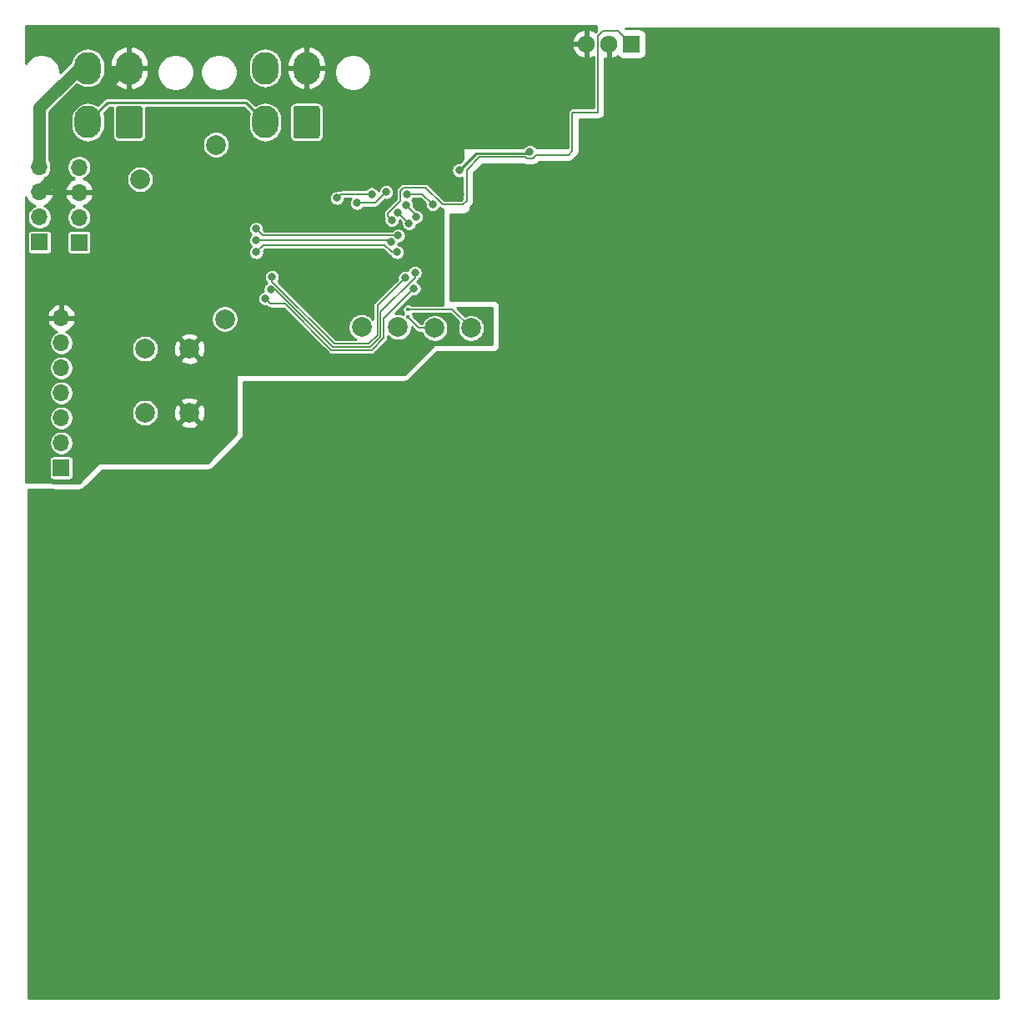
<source format=gbr>
%TF.GenerationSoftware,KiCad,Pcbnew,(5.1.9)-1*%
%TF.CreationDate,2021-05-20T13:00:32+02:00*%
%TF.ProjectId,PEE50-CurrentProtectionTemplate,50454535-302d-4437-9572-72656e745072,rev?*%
%TF.SameCoordinates,Original*%
%TF.FileFunction,Copper,L2,Bot*%
%TF.FilePolarity,Positive*%
%FSLAX46Y46*%
G04 Gerber Fmt 4.6, Leading zero omitted, Abs format (unit mm)*
G04 Created by KiCad (PCBNEW (5.1.9)-1) date 2021-05-20 13:00:32*
%MOMM*%
%LPD*%
G01*
G04 APERTURE LIST*
%TA.AperFunction,ComponentPad*%
%ADD10O,1.717500X1.800000*%
%TD*%
%TA.AperFunction,ComponentPad*%
%ADD11R,1.717500X1.800000*%
%TD*%
%TA.AperFunction,ComponentPad*%
%ADD12O,2.700000X3.300000*%
%TD*%
%TA.AperFunction,ComponentPad*%
%ADD13O,1.700000X1.700000*%
%TD*%
%TA.AperFunction,ComponentPad*%
%ADD14R,1.700000X1.700000*%
%TD*%
%TA.AperFunction,ComponentPad*%
%ADD15C,2.000000*%
%TD*%
%TA.AperFunction,ViaPad*%
%ADD16C,0.800000*%
%TD*%
%TA.AperFunction,ViaPad*%
%ADD17C,0.400000*%
%TD*%
%TA.AperFunction,Conductor*%
%ADD18C,1.250000*%
%TD*%
%TA.AperFunction,Conductor*%
%ADD19C,0.127000*%
%TD*%
%TA.AperFunction,Conductor*%
%ADD20C,0.250000*%
%TD*%
%TA.AperFunction,Conductor*%
%ADD21C,0.254000*%
%TD*%
%TA.AperFunction,Conductor*%
%ADD22C,0.100000*%
%TD*%
G04 APERTURE END LIST*
D10*
%TO.P,Q1,3*%
%TO.N,GNDPWR*%
X72410000Y-17350000D03*
%TO.P,Q1,2*%
%TO.N,GND*%
X74700000Y-17350000D03*
D11*
%TO.P,Q1,1*%
%TO.N,/Beveiliging/~ENABLE*%
X76990000Y-17350000D03*
%TD*%
D12*
%TO.P,J3,4*%
%TO.N,+12V*%
X39800000Y-19800000D03*
%TO.P,J3,3*%
%TO.N,GNDPWR*%
X44000000Y-19800000D03*
%TO.P,J3,2*%
%TO.N,/Beveiliging/CANL*%
X39800000Y-25300000D03*
%TO.P,J3,1*%
%TO.N,/Beveiliging/CANH*%
%TA.AperFunction,ComponentPad*%
G36*
G01*
X45350000Y-23900001D02*
X45350000Y-26699999D01*
G75*
G02*
X45099999Y-26950000I-250001J0D01*
G01*
X42900001Y-26950000D01*
G75*
G02*
X42650000Y-26699999I0J250001D01*
G01*
X42650000Y-23900001D01*
G75*
G02*
X42900001Y-23650000I250001J0D01*
G01*
X45099999Y-23650000D01*
G75*
G02*
X45350000Y-23900001I0J-250001D01*
G01*
G37*
%TD.AperFunction*%
%TD*%
D13*
%TO.P,J5,7*%
%TO.N,GNDPWR*%
X19100000Y-45160000D03*
%TO.P,J5,6*%
%TO.N,Net-(J5-Pad6)*%
X19100000Y-47700000D03*
%TO.P,J5,5*%
%TO.N,+3V3*%
X19100000Y-50240000D03*
%TO.P,J5,4*%
%TO.N,/Beveiliging/RXD*%
X19100000Y-52780000D03*
%TO.P,J5,3*%
%TO.N,/Beveiliging/TXD*%
X19100000Y-55320000D03*
%TO.P,J5,2*%
%TO.N,/Beveiliging/SBWTDIO*%
X19100000Y-57860000D03*
D14*
%TO.P,J5,1*%
%TO.N,/Beveiliging/SBWTCK*%
X19100000Y-60400000D03*
%TD*%
D13*
%TO.P,J4,4*%
%TO.N,+12V*%
X20900000Y-29880000D03*
%TO.P,J4,3*%
%TO.N,GNDPWR*%
X20900000Y-32420000D03*
%TO.P,J4,2*%
%TO.N,/Beveiliging/CANL*%
X20900000Y-34960000D03*
D14*
%TO.P,J4,1*%
%TO.N,/Beveiliging/CANH*%
X20900000Y-37500000D03*
%TD*%
D15*
%TO.P,TP7,1*%
%TO.N,Net-(TP7-Pad1)*%
X27100000Y-31100000D03*
%TD*%
%TO.P,TP6,1*%
%TO.N,Net-(TP6-Pad1)*%
X34800000Y-27600000D03*
%TD*%
%TO.P,TP4,1*%
%TO.N,/Beveiliging/SysClk*%
X53300000Y-46100000D03*
%TD*%
%TO.P,TP3,1*%
%TO.N,/Beveiliging/~ChipSel*%
X49600000Y-46100000D03*
%TD*%
%TO.P,TP2,1*%
%TO.N,/Beveiliging/SlaveOut*%
X60700000Y-46200000D03*
%TD*%
%TO.P,TP1,1*%
%TO.N,/Beveiliging/SlaveIn*%
X57000000Y-46200000D03*
%TD*%
%TO.P,TP5,1*%
%TO.N,Net-(TP5-Pad1)*%
X35700000Y-45300000D03*
%TD*%
%TO.P,SW1,2*%
%TO.N,/Beveiliging/SBWTDIO*%
X27600000Y-48300000D03*
%TO.P,SW1,1*%
%TO.N,GNDPWR*%
X32100000Y-48300000D03*
%TO.P,SW1,2*%
%TO.N,/Beveiliging/SBWTDIO*%
X27600000Y-54800000D03*
%TO.P,SW1,1*%
%TO.N,GNDPWR*%
X32100000Y-54800000D03*
%TD*%
D13*
%TO.P,J2,4*%
%TO.N,+12V*%
X16885000Y-29863000D03*
%TO.P,J2,3*%
%TO.N,GNDPWR*%
X16885000Y-32403000D03*
%TO.P,J2,2*%
%TO.N,/Beveiliging/CANL*%
X16885000Y-34943000D03*
D14*
%TO.P,J2,1*%
%TO.N,/Beveiliging/CANH*%
X16885000Y-37483000D03*
%TD*%
D12*
%TO.P,J1,4*%
%TO.N,+12V*%
X21800000Y-19800000D03*
%TO.P,J1,3*%
%TO.N,GNDPWR*%
X26000000Y-19800000D03*
%TO.P,J1,2*%
%TO.N,/Beveiliging/CANL*%
X21800000Y-25300000D03*
%TO.P,J1,1*%
%TO.N,/Beveiliging/CANH*%
%TA.AperFunction,ComponentPad*%
G36*
G01*
X27350000Y-23900001D02*
X27350000Y-26699999D01*
G75*
G02*
X27099999Y-26950000I-250001J0D01*
G01*
X24900001Y-26950000D01*
G75*
G02*
X24650000Y-26699999I0J250001D01*
G01*
X24650000Y-23900001D01*
G75*
G02*
X24900001Y-23650000I250001J0D01*
G01*
X27099999Y-23650000D01*
G75*
G02*
X27350000Y-23900001I0J-250001D01*
G01*
G37*
%TD.AperFunction*%
%TD*%
D16*
%TO.N,GNDPWR*%
X48800000Y-27200000D03*
X69700000Y-25900000D03*
X49399998Y-30699998D03*
X59600000Y-32600000D03*
X66700000Y-25600000D03*
X33100000Y-43600000D03*
X45600000Y-35300000D03*
X40900000Y-30200000D03*
X31100000Y-30100000D03*
X25300000Y-42900000D03*
X25300000Y-36700000D03*
X51900000Y-24500000D03*
X51999981Y-27600019D03*
X48000000Y-44426490D03*
%TO.N,+3V3*%
X49117639Y-33500429D03*
X52100000Y-32400000D03*
%TO.N,/Beveiliging/~ENABLE*%
X52645572Y-35256118D03*
D17*
%TO.N,/Beveiliging/SlaveIn*%
X54309489Y-45100000D03*
%TO.N,/Beveiliging/SlaveOut*%
X54300000Y-44300012D03*
D16*
%TO.N,/Beveiliging/SHDN_CAN*%
X54100000Y-33700000D03*
X55120807Y-34906845D03*
%TO.N,/Beveiliging/RS_STBY_CAN*%
X54400000Y-35600002D03*
X53300010Y-34500000D03*
%TO.N,/Beveiliging/~TX0RTS*%
X38870000Y-36130000D03*
X53297424Y-36809756D03*
%TO.N,/Beveiliging/~TX1RTS*%
X38900000Y-37300000D03*
X52545927Y-37473266D03*
%TO.N,/Beveiliging/~TX2RTS*%
X53200000Y-38500000D03*
X38900000Y-38500000D03*
%TO.N,/Beveiliging/~RST_CAN*%
X54200000Y-32600000D03*
X56800000Y-33660297D03*
X50600000Y-32600000D03*
X47100000Y-33000000D03*
%TO.N,/Beveiliging/~RX1INT*%
X40354072Y-42282418D03*
X55000000Y-40600000D03*
%TO.N,/Beveiliging/~RX0INT*%
X40500000Y-41000000D03*
X54000000Y-41100000D03*
%TO.N,/Beveiliging/~INT*%
X39800000Y-43200000D03*
X54900000Y-42200000D03*
%TO.N,Net-(R4-Pad2)*%
X59500000Y-30200000D03*
X66675001Y-28300000D03*
%TD*%
D18*
%TO.N,GNDPWR*%
X25300000Y-19800000D02*
X26000000Y-19800000D01*
X22824990Y-22275010D02*
X25300000Y-19800000D01*
X21424990Y-22275010D02*
X22824990Y-22275010D01*
X18560001Y-25139999D02*
X21424990Y-22275010D01*
X18560001Y-30727999D02*
X18560001Y-25139999D01*
X16885000Y-32403000D02*
X18560001Y-30727999D01*
%TO.N,+12V*%
X16885000Y-23815000D02*
X16885000Y-29863000D01*
X20900000Y-19800000D02*
X16885000Y-23815000D01*
X21800000Y-19800000D02*
X20900000Y-19800000D01*
D19*
%TO.N,+3V3*%
X50999571Y-33500429D02*
X52100000Y-32400000D01*
X49117639Y-33500429D02*
X50999571Y-33500429D01*
D20*
%TO.N,/Beveiliging/CANL*%
X37824990Y-23324990D02*
X39800000Y-25300000D01*
X23775010Y-23324990D02*
X37824990Y-23324990D01*
X21800000Y-25300000D02*
X23775010Y-23324990D01*
D19*
%TO.N,/Beveiliging/~ENABLE*%
X73600000Y-24300000D02*
X73600000Y-17878365D01*
X71000000Y-28200000D02*
X71000000Y-24300000D01*
X70581519Y-28618481D02*
X71000000Y-28200000D01*
X66993482Y-28963501D02*
X67338502Y-28618481D01*
X52645572Y-35256118D02*
X52245573Y-34856119D01*
X73577740Y-17856105D02*
X73577740Y-16522260D01*
X52245573Y-34856119D02*
X52245573Y-34554427D01*
X53500000Y-33300000D02*
X53500000Y-32318018D01*
X74100000Y-16000000D02*
X75640000Y-16000000D01*
X52245573Y-34554427D02*
X53500000Y-33300000D01*
X71000000Y-24300000D02*
X73600000Y-24300000D01*
X53500000Y-32318018D02*
X53881519Y-31936499D01*
X57800000Y-33678315D02*
X59878315Y-33678315D01*
X56058184Y-31936499D02*
X57800000Y-33678315D01*
X53881519Y-31936499D02*
X56058184Y-31936499D01*
X59878315Y-33678315D02*
X60263501Y-33293129D01*
X66356520Y-28963501D02*
X66993482Y-28963501D01*
X60263501Y-33293129D02*
X60263501Y-30163501D01*
X75640000Y-16000000D02*
X76990000Y-17350000D01*
X67338502Y-28618481D02*
X70581519Y-28618481D01*
X60263501Y-30163501D02*
X61590492Y-28836510D01*
X73600000Y-17878365D02*
X73577740Y-17856105D01*
X66229529Y-28836510D02*
X66356520Y-28963501D01*
X73577740Y-16522260D02*
X74100000Y-16000000D01*
X61590492Y-28836510D02*
X66229529Y-28836510D01*
%TO.N,/Beveiliging/SlaveIn*%
X55409489Y-46200000D02*
X54309489Y-45100000D01*
X57000000Y-46200000D02*
X55409489Y-46200000D01*
%TO.N,/Beveiliging/SlaveOut*%
X58800012Y-44300012D02*
X54300000Y-44300012D01*
X60700000Y-46200000D02*
X58800012Y-44300012D01*
%TO.N,/Beveiliging/SHDN_CAN*%
X55120807Y-34720807D02*
X55120807Y-34906845D01*
X54100000Y-33700000D02*
X55120807Y-34720807D01*
%TO.N,/Beveiliging/RS_STBY_CAN*%
X54400000Y-35600002D02*
X53300010Y-34500012D01*
X53300010Y-34500012D02*
X53300010Y-34500000D01*
%TO.N,/Beveiliging/~TX0RTS*%
X53287668Y-36800000D02*
X53297424Y-36809756D01*
X39540000Y-36800000D02*
X53287668Y-36800000D01*
X38870000Y-36130000D02*
X39540000Y-36800000D01*
%TO.N,/Beveiliging/~TX1RTS*%
X52372661Y-37300000D02*
X52545927Y-37473266D01*
X38900000Y-37300000D02*
X52372661Y-37300000D01*
%TO.N,/Beveiliging/~TX2RTS*%
X51934315Y-37800000D02*
X39600000Y-37800000D01*
X52634315Y-38500000D02*
X51934315Y-37800000D01*
X39600000Y-37800000D02*
X38900000Y-38500000D01*
X53200000Y-38500000D02*
X52634315Y-38500000D01*
%TO.N,/Beveiliging/~RST_CAN*%
X55739703Y-32600000D02*
X56800000Y-33660297D01*
X54200000Y-32600000D02*
X55739703Y-32600000D01*
X50600000Y-32600000D02*
X47499999Y-32600001D01*
X47499999Y-32600001D02*
X47100000Y-33000000D01*
%TO.N,/Beveiliging/~RX1INT*%
X46659472Y-48127010D02*
X40814880Y-42282418D01*
X51517011Y-47075452D02*
X50465452Y-48127010D01*
X51517011Y-44564973D02*
X51517011Y-47075452D01*
X40814880Y-42282418D02*
X40354072Y-42282418D01*
X55000000Y-40600000D02*
X55000000Y-41081984D01*
X50465452Y-48127010D02*
X46659472Y-48127010D01*
X55000000Y-41081984D02*
X51517011Y-44564973D01*
%TO.N,/Beveiliging/~RX0INT*%
X50330000Y-47800000D02*
X51190000Y-46940000D01*
X51190000Y-43910000D02*
X54000000Y-41100000D01*
X40500000Y-41000000D02*
X40500000Y-41490000D01*
X40500000Y-41490000D02*
X46810000Y-47800000D01*
X46810000Y-47800000D02*
X50330000Y-47800000D01*
X51190000Y-46940000D02*
X51190000Y-43910000D01*
%TO.N,/Beveiliging/~INT*%
X51844022Y-45255978D02*
X54900000Y-42200000D01*
X46524021Y-48454021D02*
X50600904Y-48454021D01*
X41810000Y-43740000D02*
X46524021Y-48454021D01*
X40340000Y-43740000D02*
X41810000Y-43740000D01*
X39800000Y-43200000D02*
X40340000Y-43740000D01*
X50600904Y-48454021D02*
X51844022Y-47210904D01*
X51844022Y-47210904D02*
X51844022Y-45255978D01*
D20*
%TO.N,Net-(R4-Pad2)*%
X66527001Y-28448000D02*
X66675001Y-28300000D01*
X61214000Y-28448000D02*
X66527001Y-28448000D01*
X59500000Y-30162000D02*
X61214000Y-28448000D01*
X59500000Y-30200000D02*
X59500000Y-30162000D01*
%TD*%
D21*
%TO.N,GND*%
X114265000Y-114265000D02*
X15735000Y-114265000D01*
X15735000Y-62627944D01*
X20998158Y-62644347D01*
X21125493Y-62631854D01*
X21244529Y-62595437D01*
X21354172Y-62536497D01*
X21450211Y-62457299D01*
X23263422Y-60635486D01*
X33998831Y-60655255D01*
X34125977Y-60642634D01*
X34244977Y-60606099D01*
X34354562Y-60547049D01*
X34450521Y-60467756D01*
X37450521Y-57447500D01*
X37527983Y-57352787D01*
X37586664Y-57243004D01*
X37622799Y-57123882D01*
X37635000Y-57000000D01*
X37635000Y-51635000D01*
X54000000Y-51635000D01*
X54123882Y-51622799D01*
X54243004Y-51586664D01*
X54352787Y-51527983D01*
X54449013Y-51449013D01*
X57263026Y-48635000D01*
X63000000Y-48635000D01*
X63123882Y-48622799D01*
X63243004Y-48586664D01*
X63352787Y-48527983D01*
X63449013Y-48449013D01*
X63527983Y-48352787D01*
X63586664Y-48243004D01*
X63622799Y-48123882D01*
X63635000Y-48000000D01*
X63635000Y-44000000D01*
X63622799Y-43876118D01*
X63586664Y-43756996D01*
X63527983Y-43647213D01*
X63449013Y-43550987D01*
X63352787Y-43472017D01*
X63243004Y-43413336D01*
X63123882Y-43377201D01*
X63000000Y-43365000D01*
X58635000Y-43365000D01*
X58635000Y-34635000D01*
X60000000Y-34635000D01*
X60123882Y-34622799D01*
X60243004Y-34586664D01*
X60352787Y-34527983D01*
X60449013Y-34449013D01*
X60527983Y-34352787D01*
X60586664Y-34243004D01*
X60622799Y-34123882D01*
X60635000Y-34000000D01*
X60635000Y-33909458D01*
X60733162Y-33811296D01*
X60759803Y-33789432D01*
X60781668Y-33762790D01*
X60781675Y-33762783D01*
X60847092Y-33683072D01*
X60911952Y-33561728D01*
X60911953Y-33561725D01*
X60951894Y-33430059D01*
X60962001Y-33327438D01*
X60962001Y-33327428D01*
X60965379Y-33293130D01*
X60962001Y-33258832D01*
X60962001Y-30452828D01*
X61879820Y-29535010D01*
X65951855Y-29535010D01*
X65966577Y-29547092D01*
X66087923Y-29611953D01*
X66219590Y-29651894D01*
X66322211Y-29662001D01*
X66322221Y-29662001D01*
X66356519Y-29665379D01*
X66390817Y-29662001D01*
X66959184Y-29662001D01*
X66993482Y-29665379D01*
X67027780Y-29662001D01*
X67027791Y-29662001D01*
X67130412Y-29651894D01*
X67262079Y-29611953D01*
X67383425Y-29547092D01*
X67489785Y-29459804D01*
X67511657Y-29433153D01*
X67627829Y-29316981D01*
X70547221Y-29316981D01*
X70581519Y-29320359D01*
X70615817Y-29316981D01*
X70615828Y-29316981D01*
X70718449Y-29306874D01*
X70850116Y-29266933D01*
X70971462Y-29202072D01*
X71077822Y-29114784D01*
X71099694Y-29088133D01*
X71469656Y-28718171D01*
X71496302Y-28696303D01*
X71518171Y-28669656D01*
X71518174Y-28669653D01*
X71583591Y-28589943D01*
X71595367Y-28567912D01*
X71648452Y-28468597D01*
X71688393Y-28336930D01*
X71698500Y-28234309D01*
X71698500Y-28234298D01*
X71701878Y-28200000D01*
X71698500Y-28165702D01*
X71698500Y-24998500D01*
X73565691Y-24998500D01*
X73600000Y-25001879D01*
X73634308Y-24998500D01*
X73634309Y-24998500D01*
X73736930Y-24988393D01*
X73868597Y-24948452D01*
X73989943Y-24883591D01*
X74096303Y-24796303D01*
X74183591Y-24689943D01*
X74248452Y-24568597D01*
X74288393Y-24436930D01*
X74301879Y-24300000D01*
X74298500Y-24265691D01*
X74298500Y-18827344D01*
X74341736Y-18841400D01*
X74573000Y-18720195D01*
X74573000Y-17477000D01*
X74553000Y-17477000D01*
X74553000Y-17223000D01*
X74573000Y-17223000D01*
X74573000Y-17203000D01*
X74827000Y-17203000D01*
X74827000Y-17223000D01*
X74847000Y-17223000D01*
X74847000Y-17477000D01*
X74827000Y-17477000D01*
X74827000Y-18720195D01*
X75058264Y-18841400D01*
X75245973Y-18780378D01*
X75506488Y-18647172D01*
X75588757Y-18582126D01*
X75600713Y-18604494D01*
X75680065Y-18701185D01*
X75776756Y-18780537D01*
X75887070Y-18839502D01*
X76006768Y-18875812D01*
X76131250Y-18888072D01*
X77848750Y-18888072D01*
X77973232Y-18875812D01*
X78092930Y-18839502D01*
X78203244Y-18780537D01*
X78299935Y-18701185D01*
X78379287Y-18604494D01*
X78438252Y-18494180D01*
X78474562Y-18374482D01*
X78486822Y-18250000D01*
X78486822Y-16450000D01*
X78474562Y-16325518D01*
X78438252Y-16205820D01*
X78379287Y-16095506D01*
X78299935Y-15998815D01*
X78203244Y-15919463D01*
X78092930Y-15860498D01*
X77973232Y-15824188D01*
X77848750Y-15811928D01*
X76439755Y-15811928D01*
X76362827Y-15735000D01*
X114265001Y-15735000D01*
X114265000Y-114265000D01*
%TA.AperFunction,Conductor*%
D22*
G36*
X114265000Y-114265000D02*
G01*
X15735000Y-114265000D01*
X15735000Y-62627944D01*
X20998158Y-62644347D01*
X21125493Y-62631854D01*
X21244529Y-62595437D01*
X21354172Y-62536497D01*
X21450211Y-62457299D01*
X23263422Y-60635486D01*
X33998831Y-60655255D01*
X34125977Y-60642634D01*
X34244977Y-60606099D01*
X34354562Y-60547049D01*
X34450521Y-60467756D01*
X37450521Y-57447500D01*
X37527983Y-57352787D01*
X37586664Y-57243004D01*
X37622799Y-57123882D01*
X37635000Y-57000000D01*
X37635000Y-51635000D01*
X54000000Y-51635000D01*
X54123882Y-51622799D01*
X54243004Y-51586664D01*
X54352787Y-51527983D01*
X54449013Y-51449013D01*
X57263026Y-48635000D01*
X63000000Y-48635000D01*
X63123882Y-48622799D01*
X63243004Y-48586664D01*
X63352787Y-48527983D01*
X63449013Y-48449013D01*
X63527983Y-48352787D01*
X63586664Y-48243004D01*
X63622799Y-48123882D01*
X63635000Y-48000000D01*
X63635000Y-44000000D01*
X63622799Y-43876118D01*
X63586664Y-43756996D01*
X63527983Y-43647213D01*
X63449013Y-43550987D01*
X63352787Y-43472017D01*
X63243004Y-43413336D01*
X63123882Y-43377201D01*
X63000000Y-43365000D01*
X58635000Y-43365000D01*
X58635000Y-34635000D01*
X60000000Y-34635000D01*
X60123882Y-34622799D01*
X60243004Y-34586664D01*
X60352787Y-34527983D01*
X60449013Y-34449013D01*
X60527983Y-34352787D01*
X60586664Y-34243004D01*
X60622799Y-34123882D01*
X60635000Y-34000000D01*
X60635000Y-33909458D01*
X60733162Y-33811296D01*
X60759803Y-33789432D01*
X60781668Y-33762790D01*
X60781675Y-33762783D01*
X60847092Y-33683072D01*
X60911952Y-33561728D01*
X60911953Y-33561725D01*
X60951894Y-33430059D01*
X60962001Y-33327438D01*
X60962001Y-33327428D01*
X60965379Y-33293130D01*
X60962001Y-33258832D01*
X60962001Y-30452828D01*
X61879820Y-29535010D01*
X65951855Y-29535010D01*
X65966577Y-29547092D01*
X66087923Y-29611953D01*
X66219590Y-29651894D01*
X66322211Y-29662001D01*
X66322221Y-29662001D01*
X66356519Y-29665379D01*
X66390817Y-29662001D01*
X66959184Y-29662001D01*
X66993482Y-29665379D01*
X67027780Y-29662001D01*
X67027791Y-29662001D01*
X67130412Y-29651894D01*
X67262079Y-29611953D01*
X67383425Y-29547092D01*
X67489785Y-29459804D01*
X67511657Y-29433153D01*
X67627829Y-29316981D01*
X70547221Y-29316981D01*
X70581519Y-29320359D01*
X70615817Y-29316981D01*
X70615828Y-29316981D01*
X70718449Y-29306874D01*
X70850116Y-29266933D01*
X70971462Y-29202072D01*
X71077822Y-29114784D01*
X71099694Y-29088133D01*
X71469656Y-28718171D01*
X71496302Y-28696303D01*
X71518171Y-28669656D01*
X71518174Y-28669653D01*
X71583591Y-28589943D01*
X71595367Y-28567912D01*
X71648452Y-28468597D01*
X71688393Y-28336930D01*
X71698500Y-28234309D01*
X71698500Y-28234298D01*
X71701878Y-28200000D01*
X71698500Y-28165702D01*
X71698500Y-24998500D01*
X73565691Y-24998500D01*
X73600000Y-25001879D01*
X73634308Y-24998500D01*
X73634309Y-24998500D01*
X73736930Y-24988393D01*
X73868597Y-24948452D01*
X73989943Y-24883591D01*
X74096303Y-24796303D01*
X74183591Y-24689943D01*
X74248452Y-24568597D01*
X74288393Y-24436930D01*
X74301879Y-24300000D01*
X74298500Y-24265691D01*
X74298500Y-18827344D01*
X74341736Y-18841400D01*
X74573000Y-18720195D01*
X74573000Y-17477000D01*
X74553000Y-17477000D01*
X74553000Y-17223000D01*
X74573000Y-17223000D01*
X74573000Y-17203000D01*
X74827000Y-17203000D01*
X74827000Y-17223000D01*
X74847000Y-17223000D01*
X74847000Y-17477000D01*
X74827000Y-17477000D01*
X74827000Y-18720195D01*
X75058264Y-18841400D01*
X75245973Y-18780378D01*
X75506488Y-18647172D01*
X75588757Y-18582126D01*
X75600713Y-18604494D01*
X75680065Y-18701185D01*
X75776756Y-18780537D01*
X75887070Y-18839502D01*
X76006768Y-18875812D01*
X76131250Y-18888072D01*
X77848750Y-18888072D01*
X77973232Y-18875812D01*
X78092930Y-18839502D01*
X78203244Y-18780537D01*
X78299935Y-18701185D01*
X78379287Y-18604494D01*
X78438252Y-18494180D01*
X78474562Y-18374482D01*
X78486822Y-18250000D01*
X78486822Y-16450000D01*
X78474562Y-16325518D01*
X78438252Y-16205820D01*
X78379287Y-16095506D01*
X78299935Y-15998815D01*
X78203244Y-15919463D01*
X78092930Y-15860498D01*
X77973232Y-15824188D01*
X77848750Y-15811928D01*
X76439755Y-15811928D01*
X76362827Y-15735000D01*
X114265001Y-15735000D01*
X114265000Y-114265000D01*
G37*
%TD.AperFunction*%
%TD*%
D21*
%TO.N,GNDPWR*%
X73373000Y-16098383D02*
X73329334Y-16142049D01*
X73216488Y-16052828D01*
X72955973Y-15919622D01*
X72768264Y-15858600D01*
X72537000Y-15979805D01*
X72537000Y-17223000D01*
X72557000Y-17223000D01*
X72557000Y-17477000D01*
X72537000Y-17477000D01*
X72537000Y-18720195D01*
X72768264Y-18841400D01*
X72955973Y-18780378D01*
X73155501Y-18678356D01*
X73155500Y-23855500D01*
X71021830Y-23855500D01*
X71000000Y-23853350D01*
X70978170Y-23855500D01*
X70912863Y-23861932D01*
X70829074Y-23887349D01*
X70751855Y-23928624D01*
X70684171Y-23984171D01*
X70628624Y-24051855D01*
X70587349Y-24129074D01*
X70561932Y-24212863D01*
X70553350Y-24300000D01*
X70555501Y-24321840D01*
X70555500Y-27873000D01*
X67328989Y-27873000D01*
X67281643Y-27802141D01*
X67172860Y-27693358D01*
X67044943Y-27607887D01*
X66902810Y-27549013D01*
X66751923Y-27519000D01*
X66598079Y-27519000D01*
X66447192Y-27549013D01*
X66305059Y-27607887D01*
X66177142Y-27693358D01*
X66068359Y-27802141D01*
X66021013Y-27873000D01*
X60000000Y-27873000D01*
X59975224Y-27875440D01*
X59951399Y-27882667D01*
X59929443Y-27894403D01*
X59910197Y-27910197D01*
X59894403Y-27929443D01*
X59882667Y-27951399D01*
X59875440Y-27975224D01*
X59873000Y-28000000D01*
X59873000Y-29073409D01*
X59527409Y-29419000D01*
X59423078Y-29419000D01*
X59272191Y-29449013D01*
X59130058Y-29507887D01*
X59002141Y-29593358D01*
X58893358Y-29702141D01*
X58807887Y-29830058D01*
X58749013Y-29972191D01*
X58719000Y-30123078D01*
X58719000Y-30276922D01*
X58749013Y-30427809D01*
X58807887Y-30569942D01*
X58893358Y-30697859D01*
X59002141Y-30806642D01*
X59130058Y-30892113D01*
X59272191Y-30950987D01*
X59423078Y-30981000D01*
X59576922Y-30981000D01*
X59727809Y-30950987D01*
X59819002Y-30913213D01*
X59819001Y-33109011D01*
X59694198Y-33233815D01*
X57984118Y-33233815D01*
X56387931Y-31637629D01*
X56374013Y-31620670D01*
X56306329Y-31565123D01*
X56229110Y-31523848D01*
X56145321Y-31498431D01*
X56080014Y-31491999D01*
X56080004Y-31491999D01*
X56058184Y-31489850D01*
X56036364Y-31491999D01*
X53903338Y-31491999D01*
X53881518Y-31489850D01*
X53859698Y-31491999D01*
X53859689Y-31491999D01*
X53794382Y-31498431D01*
X53710593Y-31523848D01*
X53633374Y-31565123D01*
X53633372Y-31565124D01*
X53633373Y-31565124D01*
X53582647Y-31606754D01*
X53565690Y-31620670D01*
X53551777Y-31637623D01*
X53201125Y-31988276D01*
X53184172Y-32002189D01*
X53170259Y-32019142D01*
X53170255Y-32019146D01*
X53128624Y-32069873D01*
X53087349Y-32147093D01*
X53061933Y-32230881D01*
X53053351Y-32318018D01*
X53055501Y-32339848D01*
X53055500Y-33115882D01*
X51946698Y-34224685D01*
X51929745Y-34238598D01*
X51915832Y-34255551D01*
X51915828Y-34255555D01*
X51874197Y-34306282D01*
X51851133Y-34349431D01*
X51832922Y-34383501D01*
X51807505Y-34467290D01*
X51801073Y-34532597D01*
X51801073Y-34532607D01*
X51798924Y-34554427D01*
X51801073Y-34576247D01*
X51801073Y-34834299D01*
X51798924Y-34856119D01*
X51801073Y-34877939D01*
X51801073Y-34877948D01*
X51807505Y-34943255D01*
X51822704Y-34993360D01*
X51832922Y-35027044D01*
X51874197Y-35104264D01*
X51876149Y-35106642D01*
X51878447Y-35109442D01*
X51864572Y-35179196D01*
X51864572Y-35333040D01*
X51894585Y-35483927D01*
X51953459Y-35626060D01*
X52038930Y-35753977D01*
X52147713Y-35862760D01*
X52275630Y-35948231D01*
X52417763Y-36007105D01*
X52568650Y-36037118D01*
X52722494Y-36037118D01*
X52873381Y-36007105D01*
X53015514Y-35948231D01*
X53143431Y-35862760D01*
X53252214Y-35753977D01*
X53337685Y-35626060D01*
X53396559Y-35483927D01*
X53426572Y-35333040D01*
X53426572Y-35271126D01*
X53439863Y-35268482D01*
X53631520Y-35460139D01*
X53619000Y-35523080D01*
X53619000Y-35676924D01*
X53649013Y-35827811D01*
X53707887Y-35969944D01*
X53793358Y-36097861D01*
X53902141Y-36206644D01*
X54030058Y-36292115D01*
X54172191Y-36350989D01*
X54323078Y-36381002D01*
X54476922Y-36381002D01*
X54627809Y-36350989D01*
X54769942Y-36292115D01*
X54897859Y-36206644D01*
X55006642Y-36097861D01*
X55092113Y-35969944D01*
X55150987Y-35827811D01*
X55178828Y-35687845D01*
X55197729Y-35687845D01*
X55348616Y-35657832D01*
X55490749Y-35598958D01*
X55618666Y-35513487D01*
X55727449Y-35404704D01*
X55812920Y-35276787D01*
X55871794Y-35134654D01*
X55901807Y-34983767D01*
X55901807Y-34829923D01*
X55871794Y-34679036D01*
X55812920Y-34536903D01*
X55727449Y-34408986D01*
X55618666Y-34300203D01*
X55490749Y-34214732D01*
X55348616Y-34155858D01*
X55197729Y-34125845D01*
X55154463Y-34125845D01*
X54868480Y-33839863D01*
X54881000Y-33776922D01*
X54881000Y-33623078D01*
X54850987Y-33472191D01*
X54792113Y-33330058D01*
X54706642Y-33202141D01*
X54704501Y-33200000D01*
X54806642Y-33097859D01*
X54842295Y-33044500D01*
X55555586Y-33044500D01*
X56031520Y-33520434D01*
X56019000Y-33583375D01*
X56019000Y-33737219D01*
X56049013Y-33888106D01*
X56107887Y-34030239D01*
X56193358Y-34158156D01*
X56302141Y-34266939D01*
X56430058Y-34352410D01*
X56572191Y-34411284D01*
X56723078Y-34441297D01*
X56876922Y-34441297D01*
X57027809Y-34411284D01*
X57169942Y-34352410D01*
X57297859Y-34266939D01*
X57406642Y-34158156D01*
X57492113Y-34030239D01*
X57501256Y-34008166D01*
X57551854Y-34049691D01*
X57574780Y-34061945D01*
X57629074Y-34090966D01*
X57712863Y-34116383D01*
X57778170Y-34122815D01*
X57778180Y-34122815D01*
X57800000Y-34124964D01*
X57821820Y-34122815D01*
X57873000Y-34122815D01*
X57873000Y-43855512D01*
X54677158Y-43855512D01*
X54670366Y-43848720D01*
X54575207Y-43785137D01*
X54469471Y-43741340D01*
X54357223Y-43719012D01*
X54242777Y-43719012D01*
X54130529Y-43741340D01*
X54024793Y-43785137D01*
X53929634Y-43848720D01*
X53848708Y-43929646D01*
X53785125Y-44024805D01*
X53741328Y-44130541D01*
X53719000Y-44242789D01*
X53719000Y-44357235D01*
X53741328Y-44469483D01*
X53785125Y-44575219D01*
X53848708Y-44670378D01*
X53883081Y-44704751D01*
X53858197Y-44729634D01*
X53802307Y-44813279D01*
X53702823Y-44772071D01*
X53436017Y-44719000D01*
X53163983Y-44719000D01*
X52971288Y-44757329D01*
X54760137Y-42968480D01*
X54823078Y-42981000D01*
X54976922Y-42981000D01*
X55127809Y-42950987D01*
X55269942Y-42892113D01*
X55397859Y-42806642D01*
X55506642Y-42697859D01*
X55592113Y-42569942D01*
X55650987Y-42427809D01*
X55681000Y-42276922D01*
X55681000Y-42123078D01*
X55650987Y-41972191D01*
X55592113Y-41830058D01*
X55506642Y-41702141D01*
X55397859Y-41593358D01*
X55269942Y-41507887D01*
X55222405Y-41488197D01*
X55298876Y-41411726D01*
X55315829Y-41397813D01*
X55371376Y-41330129D01*
X55403782Y-41269502D01*
X55497859Y-41206642D01*
X55606642Y-41097859D01*
X55692113Y-40969942D01*
X55750987Y-40827809D01*
X55781000Y-40676922D01*
X55781000Y-40523078D01*
X55750987Y-40372191D01*
X55692113Y-40230058D01*
X55606642Y-40102141D01*
X55497859Y-39993358D01*
X55369942Y-39907887D01*
X55227809Y-39849013D01*
X55076922Y-39819000D01*
X54923078Y-39819000D01*
X54772191Y-39849013D01*
X54630058Y-39907887D01*
X54502141Y-39993358D01*
X54393358Y-40102141D01*
X54307887Y-40230058D01*
X54254102Y-40359904D01*
X54227809Y-40349013D01*
X54076922Y-40319000D01*
X53923078Y-40319000D01*
X53772191Y-40349013D01*
X53630058Y-40407887D01*
X53502141Y-40493358D01*
X53393358Y-40602141D01*
X53307887Y-40730058D01*
X53249013Y-40872191D01*
X53219000Y-41023078D01*
X53219000Y-41176922D01*
X53231520Y-41239863D01*
X50891125Y-43580258D01*
X50874172Y-43594171D01*
X50860259Y-43611124D01*
X50860255Y-43611128D01*
X50818624Y-43661855D01*
X50777349Y-43739075D01*
X50751933Y-43822863D01*
X50743351Y-43910000D01*
X50745501Y-43931830D01*
X50745501Y-45328628D01*
X50672693Y-45219664D01*
X50480336Y-45027307D01*
X50254149Y-44876174D01*
X50002823Y-44772071D01*
X49736017Y-44719000D01*
X49463983Y-44719000D01*
X49197177Y-44772071D01*
X48945851Y-44876174D01*
X48719664Y-45027307D01*
X48527307Y-45219664D01*
X48376174Y-45445851D01*
X48272071Y-45697177D01*
X48219000Y-45963983D01*
X48219000Y-46236017D01*
X48272071Y-46502823D01*
X48376174Y-46754149D01*
X48527307Y-46980336D01*
X48719664Y-47172693D01*
X48945851Y-47323826D01*
X49022319Y-47355500D01*
X46994118Y-47355500D01*
X41118592Y-41479975D01*
X41192113Y-41369942D01*
X41250987Y-41227809D01*
X41281000Y-41076922D01*
X41281000Y-40923078D01*
X41250987Y-40772191D01*
X41192113Y-40630058D01*
X41106642Y-40502141D01*
X40997859Y-40393358D01*
X40869942Y-40307887D01*
X40727809Y-40249013D01*
X40576922Y-40219000D01*
X40423078Y-40219000D01*
X40272191Y-40249013D01*
X40130058Y-40307887D01*
X40002141Y-40393358D01*
X39893358Y-40502141D01*
X39807887Y-40630058D01*
X39749013Y-40772191D01*
X39719000Y-40923078D01*
X39719000Y-41076922D01*
X39749013Y-41227809D01*
X39807887Y-41369942D01*
X39893358Y-41497859D01*
X39985314Y-41589815D01*
X39984130Y-41590305D01*
X39856213Y-41675776D01*
X39747430Y-41784559D01*
X39661959Y-41912476D01*
X39603085Y-42054609D01*
X39573072Y-42205496D01*
X39573072Y-42359340D01*
X39590197Y-42445432D01*
X39572191Y-42449013D01*
X39430058Y-42507887D01*
X39302141Y-42593358D01*
X39193358Y-42702141D01*
X39107887Y-42830058D01*
X39049013Y-42972191D01*
X39019000Y-43123078D01*
X39019000Y-43276922D01*
X39049013Y-43427809D01*
X39107887Y-43569942D01*
X39193358Y-43697859D01*
X39302141Y-43806642D01*
X39430058Y-43892113D01*
X39572191Y-43950987D01*
X39723078Y-43981000D01*
X39876922Y-43981000D01*
X39939863Y-43968480D01*
X40010258Y-44038876D01*
X40024171Y-44055829D01*
X40091855Y-44111376D01*
X40169074Y-44152651D01*
X40252863Y-44178068D01*
X40318170Y-44184500D01*
X40318179Y-44184500D01*
X40339999Y-44186649D01*
X40361819Y-44184500D01*
X41625883Y-44184500D01*
X46194279Y-48752897D01*
X46208192Y-48769850D01*
X46225145Y-48783763D01*
X46225147Y-48783765D01*
X46233839Y-48790898D01*
X46275876Y-48825397D01*
X46353095Y-48866672D01*
X46436884Y-48892089D01*
X46502191Y-48898521D01*
X46502200Y-48898521D01*
X46524020Y-48900670D01*
X46545840Y-48898521D01*
X50579084Y-48898521D01*
X50600904Y-48900670D01*
X50622724Y-48898521D01*
X50622734Y-48898521D01*
X50688041Y-48892089D01*
X50771830Y-48866672D01*
X50849049Y-48825397D01*
X50916733Y-48769850D01*
X50930650Y-48752892D01*
X52142899Y-47540645D01*
X52159851Y-47526733D01*
X52173764Y-47509780D01*
X52173767Y-47509777D01*
X52215398Y-47459050D01*
X52256673Y-47381830D01*
X52268090Y-47344192D01*
X52282090Y-47298041D01*
X52288522Y-47232734D01*
X52288522Y-47232724D01*
X52290671Y-47210904D01*
X52288522Y-47189084D01*
X52288522Y-47041551D01*
X52419664Y-47172693D01*
X52645851Y-47323826D01*
X52897177Y-47427929D01*
X53163983Y-47481000D01*
X53436017Y-47481000D01*
X53702823Y-47427929D01*
X53954149Y-47323826D01*
X54180336Y-47172693D01*
X54372693Y-46980336D01*
X54523826Y-46754149D01*
X54627929Y-46502823D01*
X54681000Y-46236017D01*
X54681000Y-46100129D01*
X55079747Y-46498876D01*
X55093660Y-46515829D01*
X55110613Y-46529742D01*
X55110616Y-46529745D01*
X55161343Y-46571376D01*
X55220176Y-46602823D01*
X55238563Y-46612651D01*
X55322352Y-46638068D01*
X55387659Y-46644500D01*
X55387669Y-46644500D01*
X55409489Y-46646649D01*
X55431309Y-46644500D01*
X55689334Y-46644500D01*
X55776174Y-46854149D01*
X55927307Y-47080336D01*
X56119664Y-47272693D01*
X56345851Y-47423826D01*
X56597177Y-47527929D01*
X56863983Y-47581000D01*
X57136017Y-47581000D01*
X57402823Y-47527929D01*
X57654149Y-47423826D01*
X57880336Y-47272693D01*
X58072693Y-47080336D01*
X58223826Y-46854149D01*
X58327929Y-46602823D01*
X58381000Y-46336017D01*
X58381000Y-46063983D01*
X58327929Y-45797177D01*
X58223826Y-45545851D01*
X58072693Y-45319664D01*
X57880336Y-45127307D01*
X57654149Y-44976174D01*
X57402823Y-44872071D01*
X57136017Y-44819000D01*
X56863983Y-44819000D01*
X56597177Y-44872071D01*
X56345851Y-44976174D01*
X56119664Y-45127307D01*
X55927307Y-45319664D01*
X55776174Y-45545851D01*
X55689334Y-45755500D01*
X55593607Y-45755500D01*
X54890489Y-45052383D01*
X54890489Y-45042777D01*
X54868161Y-44930529D01*
X54824364Y-44824793D01*
X54770722Y-44744512D01*
X58615895Y-44744512D01*
X59458911Y-45587528D01*
X59372071Y-45797177D01*
X59319000Y-46063983D01*
X59319000Y-46336017D01*
X59372071Y-46602823D01*
X59476174Y-46854149D01*
X59627307Y-47080336D01*
X59819664Y-47272693D01*
X60045851Y-47423826D01*
X60297177Y-47527929D01*
X60563983Y-47581000D01*
X60836017Y-47581000D01*
X61102823Y-47527929D01*
X61354149Y-47423826D01*
X61580336Y-47272693D01*
X61772693Y-47080336D01*
X61923826Y-46854149D01*
X62027929Y-46602823D01*
X62081000Y-46336017D01*
X62081000Y-46063983D01*
X62027929Y-45797177D01*
X61923826Y-45545851D01*
X61772693Y-45319664D01*
X61580336Y-45127307D01*
X61354149Y-44976174D01*
X61102823Y-44872071D01*
X60836017Y-44819000D01*
X60563983Y-44819000D01*
X60297177Y-44872071D01*
X60087528Y-44958911D01*
X59255617Y-44127000D01*
X62873000Y-44127000D01*
X62873000Y-47873000D01*
X57000000Y-47873000D01*
X56975224Y-47875440D01*
X56951399Y-47882667D01*
X56929443Y-47894403D01*
X56910197Y-47910197D01*
X53947394Y-50873000D01*
X37000000Y-50873000D01*
X36975224Y-50875440D01*
X36951399Y-50882667D01*
X36929443Y-50894403D01*
X36910197Y-50910197D01*
X36894403Y-50929443D01*
X36882667Y-50951399D01*
X36875440Y-50975224D01*
X36873000Y-51000000D01*
X36873000Y-56947645D01*
X33947241Y-59893158D01*
X23000234Y-59873000D01*
X22975453Y-59875395D01*
X22951615Y-59882578D01*
X22929637Y-59894274D01*
X22909985Y-59910410D01*
X20947519Y-61882186D01*
X15481000Y-61865150D01*
X15481000Y-59550000D01*
X17867157Y-59550000D01*
X17867157Y-61250000D01*
X17874513Y-61324689D01*
X17896299Y-61396508D01*
X17931678Y-61462696D01*
X17979289Y-61520711D01*
X18037304Y-61568322D01*
X18103492Y-61603701D01*
X18175311Y-61625487D01*
X18250000Y-61632843D01*
X19950000Y-61632843D01*
X20024689Y-61625487D01*
X20096508Y-61603701D01*
X20162696Y-61568322D01*
X20220711Y-61520711D01*
X20268322Y-61462696D01*
X20303701Y-61396508D01*
X20325487Y-61324689D01*
X20332843Y-61250000D01*
X20332843Y-59550000D01*
X20325487Y-59475311D01*
X20303701Y-59403492D01*
X20268322Y-59337304D01*
X20220711Y-59279289D01*
X20162696Y-59231678D01*
X20096508Y-59196299D01*
X20024689Y-59174513D01*
X19950000Y-59167157D01*
X18250000Y-59167157D01*
X18175311Y-59174513D01*
X18103492Y-59196299D01*
X18037304Y-59231678D01*
X17979289Y-59279289D01*
X17931678Y-59337304D01*
X17896299Y-59403492D01*
X17874513Y-59475311D01*
X17867157Y-59550000D01*
X15481000Y-59550000D01*
X15481000Y-57738757D01*
X17869000Y-57738757D01*
X17869000Y-57981243D01*
X17916307Y-58219069D01*
X18009102Y-58443097D01*
X18143820Y-58644717D01*
X18315283Y-58816180D01*
X18516903Y-58950898D01*
X18740931Y-59043693D01*
X18978757Y-59091000D01*
X19221243Y-59091000D01*
X19459069Y-59043693D01*
X19683097Y-58950898D01*
X19884717Y-58816180D01*
X20056180Y-58644717D01*
X20190898Y-58443097D01*
X20283693Y-58219069D01*
X20331000Y-57981243D01*
X20331000Y-57738757D01*
X20283693Y-57500931D01*
X20190898Y-57276903D01*
X20056180Y-57075283D01*
X19884717Y-56903820D01*
X19683097Y-56769102D01*
X19459069Y-56676307D01*
X19221243Y-56629000D01*
X18978757Y-56629000D01*
X18740931Y-56676307D01*
X18516903Y-56769102D01*
X18315283Y-56903820D01*
X18143820Y-57075283D01*
X18009102Y-57276903D01*
X17916307Y-57500931D01*
X17869000Y-57738757D01*
X15481000Y-57738757D01*
X15481000Y-55198757D01*
X17869000Y-55198757D01*
X17869000Y-55441243D01*
X17916307Y-55679069D01*
X18009102Y-55903097D01*
X18143820Y-56104717D01*
X18315283Y-56276180D01*
X18516903Y-56410898D01*
X18740931Y-56503693D01*
X18978757Y-56551000D01*
X19221243Y-56551000D01*
X19459069Y-56503693D01*
X19683097Y-56410898D01*
X19884717Y-56276180D01*
X20056180Y-56104717D01*
X20190898Y-55903097D01*
X20283693Y-55679069D01*
X20331000Y-55441243D01*
X20331000Y-55198757D01*
X20283693Y-54960931D01*
X20190898Y-54736903D01*
X20142175Y-54663983D01*
X26219000Y-54663983D01*
X26219000Y-54936017D01*
X26272071Y-55202823D01*
X26376174Y-55454149D01*
X26527307Y-55680336D01*
X26719664Y-55872693D01*
X26945851Y-56023826D01*
X27197177Y-56127929D01*
X27463983Y-56181000D01*
X27736017Y-56181000D01*
X28002823Y-56127929D01*
X28254149Y-56023826D01*
X28386468Y-55935413D01*
X31144192Y-55935413D01*
X31239956Y-56199814D01*
X31529571Y-56340704D01*
X31841108Y-56422384D01*
X32162595Y-56441718D01*
X32481675Y-56397961D01*
X32786088Y-56292795D01*
X32960044Y-56199814D01*
X33055808Y-55935413D01*
X32100000Y-54979605D01*
X31144192Y-55935413D01*
X28386468Y-55935413D01*
X28480336Y-55872693D01*
X28672693Y-55680336D01*
X28823826Y-55454149D01*
X28927929Y-55202823D01*
X28981000Y-54936017D01*
X28981000Y-54862595D01*
X30458282Y-54862595D01*
X30502039Y-55181675D01*
X30607205Y-55486088D01*
X30700186Y-55660044D01*
X30964587Y-55755808D01*
X31920395Y-54800000D01*
X32279605Y-54800000D01*
X33235413Y-55755808D01*
X33499814Y-55660044D01*
X33640704Y-55370429D01*
X33722384Y-55058892D01*
X33741718Y-54737405D01*
X33697961Y-54418325D01*
X33592795Y-54113912D01*
X33499814Y-53939956D01*
X33235413Y-53844192D01*
X32279605Y-54800000D01*
X31920395Y-54800000D01*
X30964587Y-53844192D01*
X30700186Y-53939956D01*
X30559296Y-54229571D01*
X30477616Y-54541108D01*
X30458282Y-54862595D01*
X28981000Y-54862595D01*
X28981000Y-54663983D01*
X28927929Y-54397177D01*
X28823826Y-54145851D01*
X28672693Y-53919664D01*
X28480336Y-53727307D01*
X28386469Y-53664587D01*
X31144192Y-53664587D01*
X32100000Y-54620395D01*
X33055808Y-53664587D01*
X32960044Y-53400186D01*
X32670429Y-53259296D01*
X32358892Y-53177616D01*
X32037405Y-53158282D01*
X31718325Y-53202039D01*
X31413912Y-53307205D01*
X31239956Y-53400186D01*
X31144192Y-53664587D01*
X28386469Y-53664587D01*
X28254149Y-53576174D01*
X28002823Y-53472071D01*
X27736017Y-53419000D01*
X27463983Y-53419000D01*
X27197177Y-53472071D01*
X26945851Y-53576174D01*
X26719664Y-53727307D01*
X26527307Y-53919664D01*
X26376174Y-54145851D01*
X26272071Y-54397177D01*
X26219000Y-54663983D01*
X20142175Y-54663983D01*
X20056180Y-54535283D01*
X19884717Y-54363820D01*
X19683097Y-54229102D01*
X19459069Y-54136307D01*
X19221243Y-54089000D01*
X18978757Y-54089000D01*
X18740931Y-54136307D01*
X18516903Y-54229102D01*
X18315283Y-54363820D01*
X18143820Y-54535283D01*
X18009102Y-54736903D01*
X17916307Y-54960931D01*
X17869000Y-55198757D01*
X15481000Y-55198757D01*
X15481000Y-52658757D01*
X17869000Y-52658757D01*
X17869000Y-52901243D01*
X17916307Y-53139069D01*
X18009102Y-53363097D01*
X18143820Y-53564717D01*
X18315283Y-53736180D01*
X18516903Y-53870898D01*
X18740931Y-53963693D01*
X18978757Y-54011000D01*
X19221243Y-54011000D01*
X19459069Y-53963693D01*
X19683097Y-53870898D01*
X19884717Y-53736180D01*
X20056180Y-53564717D01*
X20190898Y-53363097D01*
X20283693Y-53139069D01*
X20331000Y-52901243D01*
X20331000Y-52658757D01*
X20283693Y-52420931D01*
X20190898Y-52196903D01*
X20056180Y-51995283D01*
X19884717Y-51823820D01*
X19683097Y-51689102D01*
X19459069Y-51596307D01*
X19221243Y-51549000D01*
X18978757Y-51549000D01*
X18740931Y-51596307D01*
X18516903Y-51689102D01*
X18315283Y-51823820D01*
X18143820Y-51995283D01*
X18009102Y-52196903D01*
X17916307Y-52420931D01*
X17869000Y-52658757D01*
X15481000Y-52658757D01*
X15481000Y-50118757D01*
X17869000Y-50118757D01*
X17869000Y-50361243D01*
X17916307Y-50599069D01*
X18009102Y-50823097D01*
X18143820Y-51024717D01*
X18315283Y-51196180D01*
X18516903Y-51330898D01*
X18740931Y-51423693D01*
X18978757Y-51471000D01*
X19221243Y-51471000D01*
X19459069Y-51423693D01*
X19683097Y-51330898D01*
X19884717Y-51196180D01*
X20056180Y-51024717D01*
X20190898Y-50823097D01*
X20283693Y-50599069D01*
X20331000Y-50361243D01*
X20331000Y-50118757D01*
X20283693Y-49880931D01*
X20190898Y-49656903D01*
X20056180Y-49455283D01*
X19884717Y-49283820D01*
X19683097Y-49149102D01*
X19459069Y-49056307D01*
X19221243Y-49009000D01*
X18978757Y-49009000D01*
X18740931Y-49056307D01*
X18516903Y-49149102D01*
X18315283Y-49283820D01*
X18143820Y-49455283D01*
X18009102Y-49656903D01*
X17916307Y-49880931D01*
X17869000Y-50118757D01*
X15481000Y-50118757D01*
X15481000Y-45516890D01*
X17658524Y-45516890D01*
X17703175Y-45664099D01*
X17828359Y-45926920D01*
X18002412Y-46160269D01*
X18218645Y-46355178D01*
X18468748Y-46504157D01*
X18631168Y-46561772D01*
X18516903Y-46609102D01*
X18315283Y-46743820D01*
X18143820Y-46915283D01*
X18009102Y-47116903D01*
X17916307Y-47340931D01*
X17869000Y-47578757D01*
X17869000Y-47821243D01*
X17916307Y-48059069D01*
X18009102Y-48283097D01*
X18143820Y-48484717D01*
X18315283Y-48656180D01*
X18516903Y-48790898D01*
X18740931Y-48883693D01*
X18978757Y-48931000D01*
X19221243Y-48931000D01*
X19459069Y-48883693D01*
X19683097Y-48790898D01*
X19884717Y-48656180D01*
X20056180Y-48484717D01*
X20190898Y-48283097D01*
X20240236Y-48163983D01*
X26219000Y-48163983D01*
X26219000Y-48436017D01*
X26272071Y-48702823D01*
X26376174Y-48954149D01*
X26527307Y-49180336D01*
X26719664Y-49372693D01*
X26945851Y-49523826D01*
X27197177Y-49627929D01*
X27463983Y-49681000D01*
X27736017Y-49681000D01*
X28002823Y-49627929D01*
X28254149Y-49523826D01*
X28386468Y-49435413D01*
X31144192Y-49435413D01*
X31239956Y-49699814D01*
X31529571Y-49840704D01*
X31841108Y-49922384D01*
X32162595Y-49941718D01*
X32481675Y-49897961D01*
X32786088Y-49792795D01*
X32960044Y-49699814D01*
X33055808Y-49435413D01*
X32100000Y-48479605D01*
X31144192Y-49435413D01*
X28386468Y-49435413D01*
X28480336Y-49372693D01*
X28672693Y-49180336D01*
X28823826Y-48954149D01*
X28927929Y-48702823D01*
X28981000Y-48436017D01*
X28981000Y-48362595D01*
X30458282Y-48362595D01*
X30502039Y-48681675D01*
X30607205Y-48986088D01*
X30700186Y-49160044D01*
X30964587Y-49255808D01*
X31920395Y-48300000D01*
X32279605Y-48300000D01*
X33235413Y-49255808D01*
X33499814Y-49160044D01*
X33640704Y-48870429D01*
X33722384Y-48558892D01*
X33741718Y-48237405D01*
X33697961Y-47918325D01*
X33592795Y-47613912D01*
X33499814Y-47439956D01*
X33235413Y-47344192D01*
X32279605Y-48300000D01*
X31920395Y-48300000D01*
X30964587Y-47344192D01*
X30700186Y-47439956D01*
X30559296Y-47729571D01*
X30477616Y-48041108D01*
X30458282Y-48362595D01*
X28981000Y-48362595D01*
X28981000Y-48163983D01*
X28927929Y-47897177D01*
X28823826Y-47645851D01*
X28672693Y-47419664D01*
X28480336Y-47227307D01*
X28386469Y-47164587D01*
X31144192Y-47164587D01*
X32100000Y-48120395D01*
X33055808Y-47164587D01*
X32960044Y-46900186D01*
X32670429Y-46759296D01*
X32358892Y-46677616D01*
X32037405Y-46658282D01*
X31718325Y-46702039D01*
X31413912Y-46807205D01*
X31239956Y-46900186D01*
X31144192Y-47164587D01*
X28386469Y-47164587D01*
X28254149Y-47076174D01*
X28002823Y-46972071D01*
X27736017Y-46919000D01*
X27463983Y-46919000D01*
X27197177Y-46972071D01*
X26945851Y-47076174D01*
X26719664Y-47227307D01*
X26527307Y-47419664D01*
X26376174Y-47645851D01*
X26272071Y-47897177D01*
X26219000Y-48163983D01*
X20240236Y-48163983D01*
X20283693Y-48059069D01*
X20331000Y-47821243D01*
X20331000Y-47578757D01*
X20283693Y-47340931D01*
X20190898Y-47116903D01*
X20056180Y-46915283D01*
X19884717Y-46743820D01*
X19683097Y-46609102D01*
X19568832Y-46561772D01*
X19731252Y-46504157D01*
X19981355Y-46355178D01*
X20197588Y-46160269D01*
X20371641Y-45926920D01*
X20496825Y-45664099D01*
X20541476Y-45516890D01*
X20420155Y-45287000D01*
X19227000Y-45287000D01*
X19227000Y-45307000D01*
X18973000Y-45307000D01*
X18973000Y-45287000D01*
X17779845Y-45287000D01*
X17658524Y-45516890D01*
X15481000Y-45516890D01*
X15481000Y-45163983D01*
X34319000Y-45163983D01*
X34319000Y-45436017D01*
X34372071Y-45702823D01*
X34476174Y-45954149D01*
X34627307Y-46180336D01*
X34819664Y-46372693D01*
X35045851Y-46523826D01*
X35297177Y-46627929D01*
X35563983Y-46681000D01*
X35836017Y-46681000D01*
X36102823Y-46627929D01*
X36354149Y-46523826D01*
X36580336Y-46372693D01*
X36772693Y-46180336D01*
X36923826Y-45954149D01*
X37027929Y-45702823D01*
X37081000Y-45436017D01*
X37081000Y-45163983D01*
X37027929Y-44897177D01*
X36923826Y-44645851D01*
X36772693Y-44419664D01*
X36580336Y-44227307D01*
X36354149Y-44076174D01*
X36102823Y-43972071D01*
X35836017Y-43919000D01*
X35563983Y-43919000D01*
X35297177Y-43972071D01*
X35045851Y-44076174D01*
X34819664Y-44227307D01*
X34627307Y-44419664D01*
X34476174Y-44645851D01*
X34372071Y-44897177D01*
X34319000Y-45163983D01*
X15481000Y-45163983D01*
X15481000Y-44803110D01*
X17658524Y-44803110D01*
X17779845Y-45033000D01*
X18973000Y-45033000D01*
X18973000Y-43839186D01*
X19227000Y-43839186D01*
X19227000Y-45033000D01*
X20420155Y-45033000D01*
X20541476Y-44803110D01*
X20496825Y-44655901D01*
X20371641Y-44393080D01*
X20197588Y-44159731D01*
X19981355Y-43964822D01*
X19731252Y-43815843D01*
X19456891Y-43718519D01*
X19227000Y-43839186D01*
X18973000Y-43839186D01*
X18743109Y-43718519D01*
X18468748Y-43815843D01*
X18218645Y-43964822D01*
X18002412Y-44159731D01*
X17828359Y-44393080D01*
X17703175Y-44655901D01*
X17658524Y-44803110D01*
X15481000Y-44803110D01*
X15481000Y-36633000D01*
X15652157Y-36633000D01*
X15652157Y-38333000D01*
X15659513Y-38407689D01*
X15681299Y-38479508D01*
X15716678Y-38545696D01*
X15764289Y-38603711D01*
X15822304Y-38651322D01*
X15888492Y-38686701D01*
X15960311Y-38708487D01*
X16035000Y-38715843D01*
X17735000Y-38715843D01*
X17809689Y-38708487D01*
X17881508Y-38686701D01*
X17947696Y-38651322D01*
X18005711Y-38603711D01*
X18053322Y-38545696D01*
X18088701Y-38479508D01*
X18110487Y-38407689D01*
X18117843Y-38333000D01*
X18117843Y-36650000D01*
X19667157Y-36650000D01*
X19667157Y-38350000D01*
X19674513Y-38424689D01*
X19696299Y-38496508D01*
X19731678Y-38562696D01*
X19779289Y-38620711D01*
X19837304Y-38668322D01*
X19903492Y-38703701D01*
X19975311Y-38725487D01*
X20050000Y-38732843D01*
X21750000Y-38732843D01*
X21824689Y-38725487D01*
X21896508Y-38703701D01*
X21962696Y-38668322D01*
X22020711Y-38620711D01*
X22068322Y-38562696D01*
X22103701Y-38496508D01*
X22125487Y-38424689D01*
X22132843Y-38350000D01*
X22132843Y-36650000D01*
X22125487Y-36575311D01*
X22103701Y-36503492D01*
X22068322Y-36437304D01*
X22020711Y-36379289D01*
X21962696Y-36331678D01*
X21896508Y-36296299D01*
X21824689Y-36274513D01*
X21750000Y-36267157D01*
X20050000Y-36267157D01*
X19975311Y-36274513D01*
X19903492Y-36296299D01*
X19837304Y-36331678D01*
X19779289Y-36379289D01*
X19731678Y-36437304D01*
X19696299Y-36503492D01*
X19674513Y-36575311D01*
X19667157Y-36650000D01*
X18117843Y-36650000D01*
X18117843Y-36633000D01*
X18110487Y-36558311D01*
X18088701Y-36486492D01*
X18053322Y-36420304D01*
X18005711Y-36362289D01*
X17947696Y-36314678D01*
X17881508Y-36279299D01*
X17809689Y-36257513D01*
X17735000Y-36250157D01*
X16035000Y-36250157D01*
X15960311Y-36257513D01*
X15888492Y-36279299D01*
X15822304Y-36314678D01*
X15764289Y-36362289D01*
X15716678Y-36420304D01*
X15681299Y-36486492D01*
X15659513Y-36558311D01*
X15652157Y-36633000D01*
X15481000Y-36633000D01*
X15481000Y-32883444D01*
X15488175Y-32907099D01*
X15613359Y-33169920D01*
X15787412Y-33403269D01*
X16003645Y-33598178D01*
X16253748Y-33747157D01*
X16416168Y-33804772D01*
X16301903Y-33852102D01*
X16100283Y-33986820D01*
X15928820Y-34158283D01*
X15794102Y-34359903D01*
X15701307Y-34583931D01*
X15654000Y-34821757D01*
X15654000Y-35064243D01*
X15701307Y-35302069D01*
X15794102Y-35526097D01*
X15928820Y-35727717D01*
X16100283Y-35899180D01*
X16301903Y-36033898D01*
X16525931Y-36126693D01*
X16763757Y-36174000D01*
X17006243Y-36174000D01*
X17244069Y-36126693D01*
X17468097Y-36033898D01*
X17669717Y-35899180D01*
X17841180Y-35727717D01*
X17975898Y-35526097D01*
X18068693Y-35302069D01*
X18116000Y-35064243D01*
X18116000Y-34821757D01*
X18068693Y-34583931D01*
X17975898Y-34359903D01*
X17841180Y-34158283D01*
X17669717Y-33986820D01*
X17468097Y-33852102D01*
X17353832Y-33804772D01*
X17516252Y-33747157D01*
X17766355Y-33598178D01*
X17982588Y-33403269D01*
X18156641Y-33169920D01*
X18281825Y-32907099D01*
X18321319Y-32776890D01*
X19458524Y-32776890D01*
X19503175Y-32924099D01*
X19628359Y-33186920D01*
X19802412Y-33420269D01*
X20018645Y-33615178D01*
X20268748Y-33764157D01*
X20431168Y-33821772D01*
X20316903Y-33869102D01*
X20115283Y-34003820D01*
X19943820Y-34175283D01*
X19809102Y-34376903D01*
X19716307Y-34600931D01*
X19669000Y-34838757D01*
X19669000Y-35081243D01*
X19716307Y-35319069D01*
X19809102Y-35543097D01*
X19943820Y-35744717D01*
X20115283Y-35916180D01*
X20316903Y-36050898D01*
X20540931Y-36143693D01*
X20778757Y-36191000D01*
X21021243Y-36191000D01*
X21259069Y-36143693D01*
X21477833Y-36053078D01*
X38089000Y-36053078D01*
X38089000Y-36206922D01*
X38119013Y-36357809D01*
X38177887Y-36499942D01*
X38263358Y-36627859D01*
X38365499Y-36730000D01*
X38293358Y-36802141D01*
X38207887Y-36930058D01*
X38149013Y-37072191D01*
X38119000Y-37223078D01*
X38119000Y-37376922D01*
X38149013Y-37527809D01*
X38207887Y-37669942D01*
X38293358Y-37797859D01*
X38395499Y-37900000D01*
X38293358Y-38002141D01*
X38207887Y-38130058D01*
X38149013Y-38272191D01*
X38119000Y-38423078D01*
X38119000Y-38576922D01*
X38149013Y-38727809D01*
X38207887Y-38869942D01*
X38293358Y-38997859D01*
X38402141Y-39106642D01*
X38530058Y-39192113D01*
X38672191Y-39250987D01*
X38823078Y-39281000D01*
X38976922Y-39281000D01*
X39127809Y-39250987D01*
X39269942Y-39192113D01*
X39397859Y-39106642D01*
X39506642Y-38997859D01*
X39592113Y-38869942D01*
X39650987Y-38727809D01*
X39681000Y-38576922D01*
X39681000Y-38423078D01*
X39668480Y-38360137D01*
X39784118Y-38244500D01*
X51750198Y-38244500D01*
X52304573Y-38798876D01*
X52318486Y-38815829D01*
X52335439Y-38829742D01*
X52335441Y-38829744D01*
X52386168Y-38871375D01*
X52386170Y-38871376D01*
X52463389Y-38912651D01*
X52547178Y-38938068D01*
X52553846Y-38938725D01*
X52593358Y-38997859D01*
X52702141Y-39106642D01*
X52830058Y-39192113D01*
X52972191Y-39250987D01*
X53123078Y-39281000D01*
X53276922Y-39281000D01*
X53427809Y-39250987D01*
X53569942Y-39192113D01*
X53697859Y-39106642D01*
X53806642Y-38997859D01*
X53892113Y-38869942D01*
X53950987Y-38727809D01*
X53981000Y-38576922D01*
X53981000Y-38423078D01*
X53950987Y-38272191D01*
X53892113Y-38130058D01*
X53806642Y-38002141D01*
X53697859Y-37893358D01*
X53569942Y-37807887D01*
X53427809Y-37749013D01*
X53288533Y-37721309D01*
X53296914Y-37701075D01*
X53318858Y-37590756D01*
X53374346Y-37590756D01*
X53525233Y-37560743D01*
X53667366Y-37501869D01*
X53795283Y-37416398D01*
X53904066Y-37307615D01*
X53989537Y-37179698D01*
X54048411Y-37037565D01*
X54078424Y-36886678D01*
X54078424Y-36732834D01*
X54048411Y-36581947D01*
X53989537Y-36439814D01*
X53904066Y-36311897D01*
X53795283Y-36203114D01*
X53667366Y-36117643D01*
X53525233Y-36058769D01*
X53374346Y-36028756D01*
X53220502Y-36028756D01*
X53069615Y-36058769D01*
X52927482Y-36117643D01*
X52799565Y-36203114D01*
X52690782Y-36311897D01*
X52661648Y-36355500D01*
X39724118Y-36355500D01*
X39638480Y-36269863D01*
X39651000Y-36206922D01*
X39651000Y-36053078D01*
X39620987Y-35902191D01*
X39562113Y-35760058D01*
X39476642Y-35632141D01*
X39367859Y-35523358D01*
X39239942Y-35437887D01*
X39097809Y-35379013D01*
X38946922Y-35349000D01*
X38793078Y-35349000D01*
X38642191Y-35379013D01*
X38500058Y-35437887D01*
X38372141Y-35523358D01*
X38263358Y-35632141D01*
X38177887Y-35760058D01*
X38119013Y-35902191D01*
X38089000Y-36053078D01*
X21477833Y-36053078D01*
X21483097Y-36050898D01*
X21684717Y-35916180D01*
X21856180Y-35744717D01*
X21990898Y-35543097D01*
X22083693Y-35319069D01*
X22131000Y-35081243D01*
X22131000Y-34838757D01*
X22083693Y-34600931D01*
X21990898Y-34376903D01*
X21856180Y-34175283D01*
X21684717Y-34003820D01*
X21483097Y-33869102D01*
X21368832Y-33821772D01*
X21531252Y-33764157D01*
X21781355Y-33615178D01*
X21997588Y-33420269D01*
X22171641Y-33186920D01*
X22296825Y-32924099D01*
X22297134Y-32923078D01*
X46319000Y-32923078D01*
X46319000Y-33076922D01*
X46349013Y-33227809D01*
X46407887Y-33369942D01*
X46493358Y-33497859D01*
X46602141Y-33606642D01*
X46730058Y-33692113D01*
X46872191Y-33750987D01*
X47023078Y-33781000D01*
X47176922Y-33781000D01*
X47327809Y-33750987D01*
X47469942Y-33692113D01*
X47597859Y-33606642D01*
X47706642Y-33497859D01*
X47792113Y-33369942D01*
X47850987Y-33227809D01*
X47881000Y-33076922D01*
X47881000Y-33044501D01*
X48482980Y-33044500D01*
X48425526Y-33130487D01*
X48366652Y-33272620D01*
X48336639Y-33423507D01*
X48336639Y-33577351D01*
X48366652Y-33728238D01*
X48425526Y-33870371D01*
X48510997Y-33998288D01*
X48619780Y-34107071D01*
X48747697Y-34192542D01*
X48889830Y-34251416D01*
X49040717Y-34281429D01*
X49194561Y-34281429D01*
X49345448Y-34251416D01*
X49487581Y-34192542D01*
X49615498Y-34107071D01*
X49724281Y-33998288D01*
X49759934Y-33944929D01*
X50977751Y-33944929D01*
X50999571Y-33947078D01*
X51021391Y-33944929D01*
X51021401Y-33944929D01*
X51086708Y-33938497D01*
X51170497Y-33913080D01*
X51247716Y-33871805D01*
X51315400Y-33816258D01*
X51329318Y-33799300D01*
X51960137Y-33168480D01*
X52023078Y-33181000D01*
X52176922Y-33181000D01*
X52327809Y-33150987D01*
X52469942Y-33092113D01*
X52597859Y-33006642D01*
X52706642Y-32897859D01*
X52792113Y-32769942D01*
X52850987Y-32627809D01*
X52881000Y-32476922D01*
X52881000Y-32323078D01*
X52850987Y-32172191D01*
X52792113Y-32030058D01*
X52706642Y-31902141D01*
X52597859Y-31793358D01*
X52469942Y-31707887D01*
X52327809Y-31649013D01*
X52176922Y-31619000D01*
X52023078Y-31619000D01*
X51872191Y-31649013D01*
X51730058Y-31707887D01*
X51602141Y-31793358D01*
X51493358Y-31902141D01*
X51407887Y-32030058D01*
X51349013Y-32172191D01*
X51322777Y-32304088D01*
X51292113Y-32230058D01*
X51206642Y-32102141D01*
X51097859Y-31993358D01*
X50969942Y-31907887D01*
X50827809Y-31849013D01*
X50676922Y-31819000D01*
X50523078Y-31819000D01*
X50372191Y-31849013D01*
X50230058Y-31907887D01*
X50102141Y-31993358D01*
X49993358Y-32102141D01*
X49957705Y-32155500D01*
X47521828Y-32155502D01*
X47499998Y-32153352D01*
X47412861Y-32161934D01*
X47329073Y-32187350D01*
X47251853Y-32228625D01*
X47246675Y-32232875D01*
X47176922Y-32219000D01*
X47023078Y-32219000D01*
X46872191Y-32249013D01*
X46730058Y-32307887D01*
X46602141Y-32393358D01*
X46493358Y-32502141D01*
X46407887Y-32630058D01*
X46349013Y-32772191D01*
X46319000Y-32923078D01*
X22297134Y-32923078D01*
X22341476Y-32776890D01*
X22220155Y-32547000D01*
X21027000Y-32547000D01*
X21027000Y-32567000D01*
X20773000Y-32567000D01*
X20773000Y-32547000D01*
X19579845Y-32547000D01*
X19458524Y-32776890D01*
X18321319Y-32776890D01*
X18326476Y-32759890D01*
X18205155Y-32530000D01*
X17012000Y-32530000D01*
X17012000Y-32550000D01*
X16758000Y-32550000D01*
X16758000Y-32530000D01*
X16738000Y-32530000D01*
X16738000Y-32276000D01*
X16758000Y-32276000D01*
X16758000Y-32256000D01*
X17012000Y-32256000D01*
X17012000Y-32276000D01*
X18205155Y-32276000D01*
X18317504Y-32063110D01*
X19458524Y-32063110D01*
X19579845Y-32293000D01*
X20773000Y-32293000D01*
X20773000Y-32273000D01*
X21027000Y-32273000D01*
X21027000Y-32293000D01*
X22220155Y-32293000D01*
X22341476Y-32063110D01*
X22296825Y-31915901D01*
X22171641Y-31653080D01*
X21997588Y-31419731D01*
X21781355Y-31224822D01*
X21531252Y-31075843D01*
X21368832Y-31018228D01*
X21483097Y-30970898D01*
X21493446Y-30963983D01*
X25719000Y-30963983D01*
X25719000Y-31236017D01*
X25772071Y-31502823D01*
X25876174Y-31754149D01*
X26027307Y-31980336D01*
X26219664Y-32172693D01*
X26445851Y-32323826D01*
X26697177Y-32427929D01*
X26963983Y-32481000D01*
X27236017Y-32481000D01*
X27502823Y-32427929D01*
X27754149Y-32323826D01*
X27980336Y-32172693D01*
X28172693Y-31980336D01*
X28323826Y-31754149D01*
X28427929Y-31502823D01*
X28481000Y-31236017D01*
X28481000Y-30963983D01*
X28427929Y-30697177D01*
X28323826Y-30445851D01*
X28172693Y-30219664D01*
X27980336Y-30027307D01*
X27754149Y-29876174D01*
X27502823Y-29772071D01*
X27236017Y-29719000D01*
X26963983Y-29719000D01*
X26697177Y-29772071D01*
X26445851Y-29876174D01*
X26219664Y-30027307D01*
X26027307Y-30219664D01*
X25876174Y-30445851D01*
X25772071Y-30697177D01*
X25719000Y-30963983D01*
X21493446Y-30963983D01*
X21684717Y-30836180D01*
X21856180Y-30664717D01*
X21990898Y-30463097D01*
X22083693Y-30239069D01*
X22131000Y-30001243D01*
X22131000Y-29758757D01*
X22083693Y-29520931D01*
X21990898Y-29296903D01*
X21856180Y-29095283D01*
X21684717Y-28923820D01*
X21483097Y-28789102D01*
X21259069Y-28696307D01*
X21021243Y-28649000D01*
X20778757Y-28649000D01*
X20540931Y-28696307D01*
X20316903Y-28789102D01*
X20115283Y-28923820D01*
X19943820Y-29095283D01*
X19809102Y-29296903D01*
X19716307Y-29520931D01*
X19669000Y-29758757D01*
X19669000Y-30001243D01*
X19716307Y-30239069D01*
X19809102Y-30463097D01*
X19943820Y-30664717D01*
X20115283Y-30836180D01*
X20316903Y-30970898D01*
X20431168Y-31018228D01*
X20268748Y-31075843D01*
X20018645Y-31224822D01*
X19802412Y-31419731D01*
X19628359Y-31653080D01*
X19503175Y-31915901D01*
X19458524Y-32063110D01*
X18317504Y-32063110D01*
X18326476Y-32046110D01*
X18281825Y-31898901D01*
X18156641Y-31636080D01*
X17982588Y-31402731D01*
X17766355Y-31207822D01*
X17516252Y-31058843D01*
X17353832Y-31001228D01*
X17468097Y-30953898D01*
X17669717Y-30819180D01*
X17841180Y-30647717D01*
X17975898Y-30446097D01*
X18068693Y-30222069D01*
X18116000Y-29984243D01*
X18116000Y-29741757D01*
X18068693Y-29503931D01*
X17975898Y-29279903D01*
X17891000Y-29152844D01*
X17891000Y-27463983D01*
X33419000Y-27463983D01*
X33419000Y-27736017D01*
X33472071Y-28002823D01*
X33576174Y-28254149D01*
X33727307Y-28480336D01*
X33919664Y-28672693D01*
X34145851Y-28823826D01*
X34397177Y-28927929D01*
X34663983Y-28981000D01*
X34936017Y-28981000D01*
X35202823Y-28927929D01*
X35454149Y-28823826D01*
X35680336Y-28672693D01*
X35872693Y-28480336D01*
X36023826Y-28254149D01*
X36127929Y-28002823D01*
X36181000Y-27736017D01*
X36181000Y-27463983D01*
X36127929Y-27197177D01*
X36023826Y-26945851D01*
X35872693Y-26719664D01*
X35680336Y-26527307D01*
X35454149Y-26376174D01*
X35202823Y-26272071D01*
X34936017Y-26219000D01*
X34663983Y-26219000D01*
X34397177Y-26272071D01*
X34145851Y-26376174D01*
X33919664Y-26527307D01*
X33727307Y-26719664D01*
X33576174Y-26945851D01*
X33472071Y-27197177D01*
X33419000Y-27463983D01*
X17891000Y-27463983D01*
X17891000Y-24914968D01*
X20069000Y-24914968D01*
X20069000Y-25685031D01*
X20094047Y-25939334D01*
X20193027Y-26265629D01*
X20353763Y-26566344D01*
X20570076Y-26829924D01*
X20833655Y-27046237D01*
X21134370Y-27206973D01*
X21460665Y-27305953D01*
X21800000Y-27339375D01*
X22139334Y-27305953D01*
X22465629Y-27206973D01*
X22766344Y-27046237D01*
X23029924Y-26829924D01*
X23246237Y-26566345D01*
X23406973Y-26265630D01*
X23505953Y-25939335D01*
X23531000Y-25685032D01*
X23531000Y-24914969D01*
X23505953Y-24660666D01*
X23424254Y-24391338D01*
X23984602Y-23830990D01*
X24273954Y-23830990D01*
X24267157Y-23900001D01*
X24267157Y-26699999D01*
X24279317Y-26823461D01*
X24315329Y-26942178D01*
X24373810Y-27051588D01*
X24452513Y-27147487D01*
X24548412Y-27226190D01*
X24657822Y-27284671D01*
X24776539Y-27320683D01*
X24900001Y-27332843D01*
X27099999Y-27332843D01*
X27223461Y-27320683D01*
X27342178Y-27284671D01*
X27451588Y-27226190D01*
X27547487Y-27147487D01*
X27626190Y-27051588D01*
X27684671Y-26942178D01*
X27720683Y-26823461D01*
X27732843Y-26699999D01*
X27732843Y-23900001D01*
X27726046Y-23830990D01*
X37615399Y-23830990D01*
X38175746Y-24391338D01*
X38094047Y-24660665D01*
X38069000Y-24914968D01*
X38069000Y-25685031D01*
X38094047Y-25939334D01*
X38193027Y-26265629D01*
X38353763Y-26566344D01*
X38570076Y-26829924D01*
X38833655Y-27046237D01*
X39134370Y-27206973D01*
X39460665Y-27305953D01*
X39800000Y-27339375D01*
X40139334Y-27305953D01*
X40465629Y-27206973D01*
X40766344Y-27046237D01*
X41029924Y-26829924D01*
X41246237Y-26566345D01*
X41406973Y-26265630D01*
X41505953Y-25939335D01*
X41531000Y-25685032D01*
X41531000Y-24914969D01*
X41505953Y-24660666D01*
X41406973Y-24334370D01*
X41246237Y-24033655D01*
X41136551Y-23900001D01*
X42267157Y-23900001D01*
X42267157Y-26699999D01*
X42279317Y-26823461D01*
X42315329Y-26942178D01*
X42373810Y-27051588D01*
X42452513Y-27147487D01*
X42548412Y-27226190D01*
X42657822Y-27284671D01*
X42776539Y-27320683D01*
X42900001Y-27332843D01*
X45099999Y-27332843D01*
X45223461Y-27320683D01*
X45342178Y-27284671D01*
X45451588Y-27226190D01*
X45547487Y-27147487D01*
X45626190Y-27051588D01*
X45684671Y-26942178D01*
X45720683Y-26823461D01*
X45732843Y-26699999D01*
X45732843Y-23900001D01*
X45720683Y-23776539D01*
X45684671Y-23657822D01*
X45626190Y-23548412D01*
X45547487Y-23452513D01*
X45451588Y-23373810D01*
X45342178Y-23315329D01*
X45223461Y-23279317D01*
X45099999Y-23267157D01*
X42900001Y-23267157D01*
X42776539Y-23279317D01*
X42657822Y-23315329D01*
X42548412Y-23373810D01*
X42452513Y-23452513D01*
X42373810Y-23548412D01*
X42315329Y-23657822D01*
X42279317Y-23776539D01*
X42267157Y-23900001D01*
X41136551Y-23900001D01*
X41029924Y-23770076D01*
X40766345Y-23553763D01*
X40465630Y-23393027D01*
X40139335Y-23294047D01*
X39800000Y-23260625D01*
X39460666Y-23294047D01*
X39134371Y-23393027D01*
X38833656Y-23553763D01*
X38798338Y-23582747D01*
X38200366Y-22984775D01*
X38184517Y-22965463D01*
X38107469Y-22902231D01*
X38019565Y-22855245D01*
X37924183Y-22826312D01*
X37849844Y-22818990D01*
X37849836Y-22818990D01*
X37824990Y-22816543D01*
X37800144Y-22818990D01*
X23799864Y-22818990D01*
X23775010Y-22816542D01*
X23750156Y-22818990D01*
X23675817Y-22826312D01*
X23580435Y-22855245D01*
X23492531Y-22902231D01*
X23415483Y-22965463D01*
X23399638Y-22984770D01*
X22801662Y-23582747D01*
X22766345Y-23553763D01*
X22465630Y-23393027D01*
X22139335Y-23294047D01*
X21800000Y-23260625D01*
X21460666Y-23294047D01*
X21134371Y-23393027D01*
X20833656Y-23553763D01*
X20570076Y-23770076D01*
X20353763Y-24033655D01*
X20193027Y-24334370D01*
X20094047Y-24660665D01*
X20069000Y-24914968D01*
X17891000Y-24914968D01*
X17891000Y-24231698D01*
X20692393Y-21430306D01*
X20833655Y-21546237D01*
X21134370Y-21706973D01*
X21460665Y-21805953D01*
X21800000Y-21839375D01*
X22139334Y-21805953D01*
X22465629Y-21706973D01*
X22766344Y-21546237D01*
X23029924Y-21329924D01*
X23246237Y-21066345D01*
X23406973Y-20765630D01*
X23505953Y-20439335D01*
X23531000Y-20185032D01*
X23531000Y-19927000D01*
X24015000Y-19927000D01*
X24015000Y-20227000D01*
X24077918Y-20611814D01*
X24214700Y-20976959D01*
X24420090Y-21308403D01*
X24686195Y-21593409D01*
X25002789Y-21821024D01*
X25357705Y-21982501D01*
X25564677Y-22036677D01*
X25873000Y-21921829D01*
X25873000Y-19927000D01*
X26127000Y-19927000D01*
X26127000Y-21921829D01*
X26435323Y-22036677D01*
X26642295Y-21982501D01*
X26997211Y-21821024D01*
X27313805Y-21593409D01*
X27579910Y-21308403D01*
X27785300Y-20976959D01*
X27922082Y-20611814D01*
X27985000Y-20227000D01*
X27985000Y-20074738D01*
X28819000Y-20074738D01*
X28819000Y-20445262D01*
X28891286Y-20808667D01*
X29033080Y-21150987D01*
X29238932Y-21459067D01*
X29500933Y-21721068D01*
X29809013Y-21926920D01*
X30151333Y-22068714D01*
X30514738Y-22141000D01*
X30885262Y-22141000D01*
X31248667Y-22068714D01*
X31590987Y-21926920D01*
X31899067Y-21721068D01*
X32161068Y-21459067D01*
X32366920Y-21150987D01*
X32508714Y-20808667D01*
X32581000Y-20445262D01*
X32581000Y-20074738D01*
X33219000Y-20074738D01*
X33219000Y-20445262D01*
X33291286Y-20808667D01*
X33433080Y-21150987D01*
X33638932Y-21459067D01*
X33900933Y-21721068D01*
X34209013Y-21926920D01*
X34551333Y-22068714D01*
X34914738Y-22141000D01*
X35285262Y-22141000D01*
X35648667Y-22068714D01*
X35990987Y-21926920D01*
X36299067Y-21721068D01*
X36561068Y-21459067D01*
X36766920Y-21150987D01*
X36908714Y-20808667D01*
X36981000Y-20445262D01*
X36981000Y-20074738D01*
X36908714Y-19711333D01*
X36785956Y-19414968D01*
X38069000Y-19414968D01*
X38069000Y-20185031D01*
X38094047Y-20439334D01*
X38193027Y-20765629D01*
X38353763Y-21066344D01*
X38570076Y-21329924D01*
X38833655Y-21546237D01*
X39134370Y-21706973D01*
X39460665Y-21805953D01*
X39800000Y-21839375D01*
X40139334Y-21805953D01*
X40465629Y-21706973D01*
X40766344Y-21546237D01*
X41029924Y-21329924D01*
X41246237Y-21066345D01*
X41406973Y-20765630D01*
X41505953Y-20439335D01*
X41531000Y-20185032D01*
X41531000Y-19927000D01*
X42015000Y-19927000D01*
X42015000Y-20227000D01*
X42077918Y-20611814D01*
X42214700Y-20976959D01*
X42420090Y-21308403D01*
X42686195Y-21593409D01*
X43002789Y-21821024D01*
X43357705Y-21982501D01*
X43564677Y-22036677D01*
X43873000Y-21921829D01*
X43873000Y-19927000D01*
X44127000Y-19927000D01*
X44127000Y-21921829D01*
X44435323Y-22036677D01*
X44642295Y-21982501D01*
X44997211Y-21821024D01*
X45313805Y-21593409D01*
X45579910Y-21308403D01*
X45785300Y-20976959D01*
X45922082Y-20611814D01*
X45985000Y-20227000D01*
X45985000Y-20074738D01*
X46819000Y-20074738D01*
X46819000Y-20445262D01*
X46891286Y-20808667D01*
X47033080Y-21150987D01*
X47238932Y-21459067D01*
X47500933Y-21721068D01*
X47809013Y-21926920D01*
X48151333Y-22068714D01*
X48514738Y-22141000D01*
X48885262Y-22141000D01*
X49248667Y-22068714D01*
X49590987Y-21926920D01*
X49899067Y-21721068D01*
X50161068Y-21459067D01*
X50366920Y-21150987D01*
X50508714Y-20808667D01*
X50581000Y-20445262D01*
X50581000Y-20074738D01*
X50508714Y-19711333D01*
X50366920Y-19369013D01*
X50161068Y-19060933D01*
X49899067Y-18798932D01*
X49590987Y-18593080D01*
X49248667Y-18451286D01*
X48885262Y-18379000D01*
X48514738Y-18379000D01*
X48151333Y-18451286D01*
X47809013Y-18593080D01*
X47500933Y-18798932D01*
X47238932Y-19060933D01*
X47033080Y-19369013D01*
X46891286Y-19711333D01*
X46819000Y-20074738D01*
X45985000Y-20074738D01*
X45985000Y-19927000D01*
X44127000Y-19927000D01*
X43873000Y-19927000D01*
X42015000Y-19927000D01*
X41531000Y-19927000D01*
X41531000Y-19414969D01*
X41526867Y-19373000D01*
X42015000Y-19373000D01*
X42015000Y-19673000D01*
X43873000Y-19673000D01*
X43873000Y-17678171D01*
X44127000Y-17678171D01*
X44127000Y-19673000D01*
X45985000Y-19673000D01*
X45985000Y-19373000D01*
X45922082Y-18988186D01*
X45785300Y-18623041D01*
X45579910Y-18291597D01*
X45313805Y-18006591D01*
X44997211Y-17778976D01*
X44843514Y-17709048D01*
X70951656Y-17709048D01*
X71041677Y-17987450D01*
X71184282Y-18242941D01*
X71373990Y-18465702D01*
X71603512Y-18647172D01*
X71864027Y-18780378D01*
X72051736Y-18841400D01*
X72283000Y-18720195D01*
X72283000Y-17477000D01*
X71078646Y-17477000D01*
X70951656Y-17709048D01*
X44843514Y-17709048D01*
X44642295Y-17617499D01*
X44435323Y-17563323D01*
X44127000Y-17678171D01*
X43873000Y-17678171D01*
X43564677Y-17563323D01*
X43357705Y-17617499D01*
X43002789Y-17778976D01*
X42686195Y-18006591D01*
X42420090Y-18291597D01*
X42214700Y-18623041D01*
X42077918Y-18988186D01*
X42015000Y-19373000D01*
X41526867Y-19373000D01*
X41505953Y-19160666D01*
X41406973Y-18834370D01*
X41246237Y-18533655D01*
X41029924Y-18270076D01*
X40766345Y-18053763D01*
X40465630Y-17893027D01*
X40139335Y-17794047D01*
X39800000Y-17760625D01*
X39460666Y-17794047D01*
X39134371Y-17893027D01*
X38833656Y-18053763D01*
X38570076Y-18270076D01*
X38353763Y-18533655D01*
X38193027Y-18834370D01*
X38094047Y-19160665D01*
X38069000Y-19414968D01*
X36785956Y-19414968D01*
X36766920Y-19369013D01*
X36561068Y-19060933D01*
X36299067Y-18798932D01*
X35990987Y-18593080D01*
X35648667Y-18451286D01*
X35285262Y-18379000D01*
X34914738Y-18379000D01*
X34551333Y-18451286D01*
X34209013Y-18593080D01*
X33900933Y-18798932D01*
X33638932Y-19060933D01*
X33433080Y-19369013D01*
X33291286Y-19711333D01*
X33219000Y-20074738D01*
X32581000Y-20074738D01*
X32508714Y-19711333D01*
X32366920Y-19369013D01*
X32161068Y-19060933D01*
X31899067Y-18798932D01*
X31590987Y-18593080D01*
X31248667Y-18451286D01*
X30885262Y-18379000D01*
X30514738Y-18379000D01*
X30151333Y-18451286D01*
X29809013Y-18593080D01*
X29500933Y-18798932D01*
X29238932Y-19060933D01*
X29033080Y-19369013D01*
X28891286Y-19711333D01*
X28819000Y-20074738D01*
X27985000Y-20074738D01*
X27985000Y-19927000D01*
X26127000Y-19927000D01*
X25873000Y-19927000D01*
X24015000Y-19927000D01*
X23531000Y-19927000D01*
X23531000Y-19414969D01*
X23526867Y-19373000D01*
X24015000Y-19373000D01*
X24015000Y-19673000D01*
X25873000Y-19673000D01*
X25873000Y-17678171D01*
X26127000Y-17678171D01*
X26127000Y-19673000D01*
X27985000Y-19673000D01*
X27985000Y-19373000D01*
X27922082Y-18988186D01*
X27785300Y-18623041D01*
X27579910Y-18291597D01*
X27313805Y-18006591D01*
X26997211Y-17778976D01*
X26642295Y-17617499D01*
X26435323Y-17563323D01*
X26127000Y-17678171D01*
X25873000Y-17678171D01*
X25564677Y-17563323D01*
X25357705Y-17617499D01*
X25002789Y-17778976D01*
X24686195Y-18006591D01*
X24420090Y-18291597D01*
X24214700Y-18623041D01*
X24077918Y-18988186D01*
X24015000Y-19373000D01*
X23526867Y-19373000D01*
X23505953Y-19160666D01*
X23406973Y-18834370D01*
X23246237Y-18533655D01*
X23029924Y-18270076D01*
X22766345Y-18053763D01*
X22465630Y-17893027D01*
X22139335Y-17794047D01*
X21800000Y-17760625D01*
X21460666Y-17794047D01*
X21134371Y-17893027D01*
X20833656Y-18053763D01*
X20570076Y-18270076D01*
X20353763Y-18533655D01*
X20193027Y-18834370D01*
X20094047Y-19160665D01*
X20091579Y-19185722D01*
X18981000Y-20296301D01*
X18981000Y-20074738D01*
X18908714Y-19711333D01*
X18766920Y-19369013D01*
X18561068Y-19060933D01*
X18299067Y-18798932D01*
X17990987Y-18593080D01*
X17648667Y-18451286D01*
X17285262Y-18379000D01*
X16914738Y-18379000D01*
X16551333Y-18451286D01*
X16209013Y-18593080D01*
X15900933Y-18798932D01*
X15638932Y-19060933D01*
X15481000Y-19297295D01*
X15481000Y-16990952D01*
X70951656Y-16990952D01*
X71078646Y-17223000D01*
X72283000Y-17223000D01*
X72283000Y-15979805D01*
X72051736Y-15858600D01*
X71864027Y-15919622D01*
X71603512Y-16052828D01*
X71373990Y-16234298D01*
X71184282Y-16457059D01*
X71041677Y-16712550D01*
X70951656Y-16990952D01*
X15481000Y-16990952D01*
X15481000Y-15481000D01*
X73373000Y-15481000D01*
X73373000Y-16098383D01*
%TA.AperFunction,Conductor*%
D22*
G36*
X73373000Y-16098383D02*
G01*
X73329334Y-16142049D01*
X73216488Y-16052828D01*
X72955973Y-15919622D01*
X72768264Y-15858600D01*
X72537000Y-15979805D01*
X72537000Y-17223000D01*
X72557000Y-17223000D01*
X72557000Y-17477000D01*
X72537000Y-17477000D01*
X72537000Y-18720195D01*
X72768264Y-18841400D01*
X72955973Y-18780378D01*
X73155501Y-18678356D01*
X73155500Y-23855500D01*
X71021830Y-23855500D01*
X71000000Y-23853350D01*
X70978170Y-23855500D01*
X70912863Y-23861932D01*
X70829074Y-23887349D01*
X70751855Y-23928624D01*
X70684171Y-23984171D01*
X70628624Y-24051855D01*
X70587349Y-24129074D01*
X70561932Y-24212863D01*
X70553350Y-24300000D01*
X70555501Y-24321840D01*
X70555500Y-27873000D01*
X67328989Y-27873000D01*
X67281643Y-27802141D01*
X67172860Y-27693358D01*
X67044943Y-27607887D01*
X66902810Y-27549013D01*
X66751923Y-27519000D01*
X66598079Y-27519000D01*
X66447192Y-27549013D01*
X66305059Y-27607887D01*
X66177142Y-27693358D01*
X66068359Y-27802141D01*
X66021013Y-27873000D01*
X60000000Y-27873000D01*
X59975224Y-27875440D01*
X59951399Y-27882667D01*
X59929443Y-27894403D01*
X59910197Y-27910197D01*
X59894403Y-27929443D01*
X59882667Y-27951399D01*
X59875440Y-27975224D01*
X59873000Y-28000000D01*
X59873000Y-29073409D01*
X59527409Y-29419000D01*
X59423078Y-29419000D01*
X59272191Y-29449013D01*
X59130058Y-29507887D01*
X59002141Y-29593358D01*
X58893358Y-29702141D01*
X58807887Y-29830058D01*
X58749013Y-29972191D01*
X58719000Y-30123078D01*
X58719000Y-30276922D01*
X58749013Y-30427809D01*
X58807887Y-30569942D01*
X58893358Y-30697859D01*
X59002141Y-30806642D01*
X59130058Y-30892113D01*
X59272191Y-30950987D01*
X59423078Y-30981000D01*
X59576922Y-30981000D01*
X59727809Y-30950987D01*
X59819002Y-30913213D01*
X59819001Y-33109011D01*
X59694198Y-33233815D01*
X57984118Y-33233815D01*
X56387931Y-31637629D01*
X56374013Y-31620670D01*
X56306329Y-31565123D01*
X56229110Y-31523848D01*
X56145321Y-31498431D01*
X56080014Y-31491999D01*
X56080004Y-31491999D01*
X56058184Y-31489850D01*
X56036364Y-31491999D01*
X53903338Y-31491999D01*
X53881518Y-31489850D01*
X53859698Y-31491999D01*
X53859689Y-31491999D01*
X53794382Y-31498431D01*
X53710593Y-31523848D01*
X53633374Y-31565123D01*
X53633372Y-31565124D01*
X53633373Y-31565124D01*
X53582647Y-31606754D01*
X53565690Y-31620670D01*
X53551777Y-31637623D01*
X53201125Y-31988276D01*
X53184172Y-32002189D01*
X53170259Y-32019142D01*
X53170255Y-32019146D01*
X53128624Y-32069873D01*
X53087349Y-32147093D01*
X53061933Y-32230881D01*
X53053351Y-32318018D01*
X53055501Y-32339848D01*
X53055500Y-33115882D01*
X51946698Y-34224685D01*
X51929745Y-34238598D01*
X51915832Y-34255551D01*
X51915828Y-34255555D01*
X51874197Y-34306282D01*
X51851133Y-34349431D01*
X51832922Y-34383501D01*
X51807505Y-34467290D01*
X51801073Y-34532597D01*
X51801073Y-34532607D01*
X51798924Y-34554427D01*
X51801073Y-34576247D01*
X51801073Y-34834299D01*
X51798924Y-34856119D01*
X51801073Y-34877939D01*
X51801073Y-34877948D01*
X51807505Y-34943255D01*
X51822704Y-34993360D01*
X51832922Y-35027044D01*
X51874197Y-35104264D01*
X51876149Y-35106642D01*
X51878447Y-35109442D01*
X51864572Y-35179196D01*
X51864572Y-35333040D01*
X51894585Y-35483927D01*
X51953459Y-35626060D01*
X52038930Y-35753977D01*
X52147713Y-35862760D01*
X52275630Y-35948231D01*
X52417763Y-36007105D01*
X52568650Y-36037118D01*
X52722494Y-36037118D01*
X52873381Y-36007105D01*
X53015514Y-35948231D01*
X53143431Y-35862760D01*
X53252214Y-35753977D01*
X53337685Y-35626060D01*
X53396559Y-35483927D01*
X53426572Y-35333040D01*
X53426572Y-35271126D01*
X53439863Y-35268482D01*
X53631520Y-35460139D01*
X53619000Y-35523080D01*
X53619000Y-35676924D01*
X53649013Y-35827811D01*
X53707887Y-35969944D01*
X53793358Y-36097861D01*
X53902141Y-36206644D01*
X54030058Y-36292115D01*
X54172191Y-36350989D01*
X54323078Y-36381002D01*
X54476922Y-36381002D01*
X54627809Y-36350989D01*
X54769942Y-36292115D01*
X54897859Y-36206644D01*
X55006642Y-36097861D01*
X55092113Y-35969944D01*
X55150987Y-35827811D01*
X55178828Y-35687845D01*
X55197729Y-35687845D01*
X55348616Y-35657832D01*
X55490749Y-35598958D01*
X55618666Y-35513487D01*
X55727449Y-35404704D01*
X55812920Y-35276787D01*
X55871794Y-35134654D01*
X55901807Y-34983767D01*
X55901807Y-34829923D01*
X55871794Y-34679036D01*
X55812920Y-34536903D01*
X55727449Y-34408986D01*
X55618666Y-34300203D01*
X55490749Y-34214732D01*
X55348616Y-34155858D01*
X55197729Y-34125845D01*
X55154463Y-34125845D01*
X54868480Y-33839863D01*
X54881000Y-33776922D01*
X54881000Y-33623078D01*
X54850987Y-33472191D01*
X54792113Y-33330058D01*
X54706642Y-33202141D01*
X54704501Y-33200000D01*
X54806642Y-33097859D01*
X54842295Y-33044500D01*
X55555586Y-33044500D01*
X56031520Y-33520434D01*
X56019000Y-33583375D01*
X56019000Y-33737219D01*
X56049013Y-33888106D01*
X56107887Y-34030239D01*
X56193358Y-34158156D01*
X56302141Y-34266939D01*
X56430058Y-34352410D01*
X56572191Y-34411284D01*
X56723078Y-34441297D01*
X56876922Y-34441297D01*
X57027809Y-34411284D01*
X57169942Y-34352410D01*
X57297859Y-34266939D01*
X57406642Y-34158156D01*
X57492113Y-34030239D01*
X57501256Y-34008166D01*
X57551854Y-34049691D01*
X57574780Y-34061945D01*
X57629074Y-34090966D01*
X57712863Y-34116383D01*
X57778170Y-34122815D01*
X57778180Y-34122815D01*
X57800000Y-34124964D01*
X57821820Y-34122815D01*
X57873000Y-34122815D01*
X57873000Y-43855512D01*
X54677158Y-43855512D01*
X54670366Y-43848720D01*
X54575207Y-43785137D01*
X54469471Y-43741340D01*
X54357223Y-43719012D01*
X54242777Y-43719012D01*
X54130529Y-43741340D01*
X54024793Y-43785137D01*
X53929634Y-43848720D01*
X53848708Y-43929646D01*
X53785125Y-44024805D01*
X53741328Y-44130541D01*
X53719000Y-44242789D01*
X53719000Y-44357235D01*
X53741328Y-44469483D01*
X53785125Y-44575219D01*
X53848708Y-44670378D01*
X53883081Y-44704751D01*
X53858197Y-44729634D01*
X53802307Y-44813279D01*
X53702823Y-44772071D01*
X53436017Y-44719000D01*
X53163983Y-44719000D01*
X52971288Y-44757329D01*
X54760137Y-42968480D01*
X54823078Y-42981000D01*
X54976922Y-42981000D01*
X55127809Y-42950987D01*
X55269942Y-42892113D01*
X55397859Y-42806642D01*
X55506642Y-42697859D01*
X55592113Y-42569942D01*
X55650987Y-42427809D01*
X55681000Y-42276922D01*
X55681000Y-42123078D01*
X55650987Y-41972191D01*
X55592113Y-41830058D01*
X55506642Y-41702141D01*
X55397859Y-41593358D01*
X55269942Y-41507887D01*
X55222405Y-41488197D01*
X55298876Y-41411726D01*
X55315829Y-41397813D01*
X55371376Y-41330129D01*
X55403782Y-41269502D01*
X55497859Y-41206642D01*
X55606642Y-41097859D01*
X55692113Y-40969942D01*
X55750987Y-40827809D01*
X55781000Y-40676922D01*
X55781000Y-40523078D01*
X55750987Y-40372191D01*
X55692113Y-40230058D01*
X55606642Y-40102141D01*
X55497859Y-39993358D01*
X55369942Y-39907887D01*
X55227809Y-39849013D01*
X55076922Y-39819000D01*
X54923078Y-39819000D01*
X54772191Y-39849013D01*
X54630058Y-39907887D01*
X54502141Y-39993358D01*
X54393358Y-40102141D01*
X54307887Y-40230058D01*
X54254102Y-40359904D01*
X54227809Y-40349013D01*
X54076922Y-40319000D01*
X53923078Y-40319000D01*
X53772191Y-40349013D01*
X53630058Y-40407887D01*
X53502141Y-40493358D01*
X53393358Y-40602141D01*
X53307887Y-40730058D01*
X53249013Y-40872191D01*
X53219000Y-41023078D01*
X53219000Y-41176922D01*
X53231520Y-41239863D01*
X50891125Y-43580258D01*
X50874172Y-43594171D01*
X50860259Y-43611124D01*
X50860255Y-43611128D01*
X50818624Y-43661855D01*
X50777349Y-43739075D01*
X50751933Y-43822863D01*
X50743351Y-43910000D01*
X50745501Y-43931830D01*
X50745501Y-45328628D01*
X50672693Y-45219664D01*
X50480336Y-45027307D01*
X50254149Y-44876174D01*
X50002823Y-44772071D01*
X49736017Y-44719000D01*
X49463983Y-44719000D01*
X49197177Y-44772071D01*
X48945851Y-44876174D01*
X48719664Y-45027307D01*
X48527307Y-45219664D01*
X48376174Y-45445851D01*
X48272071Y-45697177D01*
X48219000Y-45963983D01*
X48219000Y-46236017D01*
X48272071Y-46502823D01*
X48376174Y-46754149D01*
X48527307Y-46980336D01*
X48719664Y-47172693D01*
X48945851Y-47323826D01*
X49022319Y-47355500D01*
X46994118Y-47355500D01*
X41118592Y-41479975D01*
X41192113Y-41369942D01*
X41250987Y-41227809D01*
X41281000Y-41076922D01*
X41281000Y-40923078D01*
X41250987Y-40772191D01*
X41192113Y-40630058D01*
X41106642Y-40502141D01*
X40997859Y-40393358D01*
X40869942Y-40307887D01*
X40727809Y-40249013D01*
X40576922Y-40219000D01*
X40423078Y-40219000D01*
X40272191Y-40249013D01*
X40130058Y-40307887D01*
X40002141Y-40393358D01*
X39893358Y-40502141D01*
X39807887Y-40630058D01*
X39749013Y-40772191D01*
X39719000Y-40923078D01*
X39719000Y-41076922D01*
X39749013Y-41227809D01*
X39807887Y-41369942D01*
X39893358Y-41497859D01*
X39985314Y-41589815D01*
X39984130Y-41590305D01*
X39856213Y-41675776D01*
X39747430Y-41784559D01*
X39661959Y-41912476D01*
X39603085Y-42054609D01*
X39573072Y-42205496D01*
X39573072Y-42359340D01*
X39590197Y-42445432D01*
X39572191Y-42449013D01*
X39430058Y-42507887D01*
X39302141Y-42593358D01*
X39193358Y-42702141D01*
X39107887Y-42830058D01*
X39049013Y-42972191D01*
X39019000Y-43123078D01*
X39019000Y-43276922D01*
X39049013Y-43427809D01*
X39107887Y-43569942D01*
X39193358Y-43697859D01*
X39302141Y-43806642D01*
X39430058Y-43892113D01*
X39572191Y-43950987D01*
X39723078Y-43981000D01*
X39876922Y-43981000D01*
X39939863Y-43968480D01*
X40010258Y-44038876D01*
X40024171Y-44055829D01*
X40091855Y-44111376D01*
X40169074Y-44152651D01*
X40252863Y-44178068D01*
X40318170Y-44184500D01*
X40318179Y-44184500D01*
X40339999Y-44186649D01*
X40361819Y-44184500D01*
X41625883Y-44184500D01*
X46194279Y-48752897D01*
X46208192Y-48769850D01*
X46225145Y-48783763D01*
X46225147Y-48783765D01*
X46233839Y-48790898D01*
X46275876Y-48825397D01*
X46353095Y-48866672D01*
X46436884Y-48892089D01*
X46502191Y-48898521D01*
X46502200Y-48898521D01*
X46524020Y-48900670D01*
X46545840Y-48898521D01*
X50579084Y-48898521D01*
X50600904Y-48900670D01*
X50622724Y-48898521D01*
X50622734Y-48898521D01*
X50688041Y-48892089D01*
X50771830Y-48866672D01*
X50849049Y-48825397D01*
X50916733Y-48769850D01*
X50930650Y-48752892D01*
X52142899Y-47540645D01*
X52159851Y-47526733D01*
X52173764Y-47509780D01*
X52173767Y-47509777D01*
X52215398Y-47459050D01*
X52256673Y-47381830D01*
X52268090Y-47344192D01*
X52282090Y-47298041D01*
X52288522Y-47232734D01*
X52288522Y-47232724D01*
X52290671Y-47210904D01*
X52288522Y-47189084D01*
X52288522Y-47041551D01*
X52419664Y-47172693D01*
X52645851Y-47323826D01*
X52897177Y-47427929D01*
X53163983Y-47481000D01*
X53436017Y-47481000D01*
X53702823Y-47427929D01*
X53954149Y-47323826D01*
X54180336Y-47172693D01*
X54372693Y-46980336D01*
X54523826Y-46754149D01*
X54627929Y-46502823D01*
X54681000Y-46236017D01*
X54681000Y-46100129D01*
X55079747Y-46498876D01*
X55093660Y-46515829D01*
X55110613Y-46529742D01*
X55110616Y-46529745D01*
X55161343Y-46571376D01*
X55220176Y-46602823D01*
X55238563Y-46612651D01*
X55322352Y-46638068D01*
X55387659Y-46644500D01*
X55387669Y-46644500D01*
X55409489Y-46646649D01*
X55431309Y-46644500D01*
X55689334Y-46644500D01*
X55776174Y-46854149D01*
X55927307Y-47080336D01*
X56119664Y-47272693D01*
X56345851Y-47423826D01*
X56597177Y-47527929D01*
X56863983Y-47581000D01*
X57136017Y-47581000D01*
X57402823Y-47527929D01*
X57654149Y-47423826D01*
X57880336Y-47272693D01*
X58072693Y-47080336D01*
X58223826Y-46854149D01*
X58327929Y-46602823D01*
X58381000Y-46336017D01*
X58381000Y-46063983D01*
X58327929Y-45797177D01*
X58223826Y-45545851D01*
X58072693Y-45319664D01*
X57880336Y-45127307D01*
X57654149Y-44976174D01*
X57402823Y-44872071D01*
X57136017Y-44819000D01*
X56863983Y-44819000D01*
X56597177Y-44872071D01*
X56345851Y-44976174D01*
X56119664Y-45127307D01*
X55927307Y-45319664D01*
X55776174Y-45545851D01*
X55689334Y-45755500D01*
X55593607Y-45755500D01*
X54890489Y-45052383D01*
X54890489Y-45042777D01*
X54868161Y-44930529D01*
X54824364Y-44824793D01*
X54770722Y-44744512D01*
X58615895Y-44744512D01*
X59458911Y-45587528D01*
X59372071Y-45797177D01*
X59319000Y-46063983D01*
X59319000Y-46336017D01*
X59372071Y-46602823D01*
X59476174Y-46854149D01*
X59627307Y-47080336D01*
X59819664Y-47272693D01*
X60045851Y-47423826D01*
X60297177Y-47527929D01*
X60563983Y-47581000D01*
X60836017Y-47581000D01*
X61102823Y-47527929D01*
X61354149Y-47423826D01*
X61580336Y-47272693D01*
X61772693Y-47080336D01*
X61923826Y-46854149D01*
X62027929Y-46602823D01*
X62081000Y-46336017D01*
X62081000Y-46063983D01*
X62027929Y-45797177D01*
X61923826Y-45545851D01*
X61772693Y-45319664D01*
X61580336Y-45127307D01*
X61354149Y-44976174D01*
X61102823Y-44872071D01*
X60836017Y-44819000D01*
X60563983Y-44819000D01*
X60297177Y-44872071D01*
X60087528Y-44958911D01*
X59255617Y-44127000D01*
X62873000Y-44127000D01*
X62873000Y-47873000D01*
X57000000Y-47873000D01*
X56975224Y-47875440D01*
X56951399Y-47882667D01*
X56929443Y-47894403D01*
X56910197Y-47910197D01*
X53947394Y-50873000D01*
X37000000Y-50873000D01*
X36975224Y-50875440D01*
X36951399Y-50882667D01*
X36929443Y-50894403D01*
X36910197Y-50910197D01*
X36894403Y-50929443D01*
X36882667Y-50951399D01*
X36875440Y-50975224D01*
X36873000Y-51000000D01*
X36873000Y-56947645D01*
X33947241Y-59893158D01*
X23000234Y-59873000D01*
X22975453Y-59875395D01*
X22951615Y-59882578D01*
X22929637Y-59894274D01*
X22909985Y-59910410D01*
X20947519Y-61882186D01*
X15481000Y-61865150D01*
X15481000Y-59550000D01*
X17867157Y-59550000D01*
X17867157Y-61250000D01*
X17874513Y-61324689D01*
X17896299Y-61396508D01*
X17931678Y-61462696D01*
X17979289Y-61520711D01*
X18037304Y-61568322D01*
X18103492Y-61603701D01*
X18175311Y-61625487D01*
X18250000Y-61632843D01*
X19950000Y-61632843D01*
X20024689Y-61625487D01*
X20096508Y-61603701D01*
X20162696Y-61568322D01*
X20220711Y-61520711D01*
X20268322Y-61462696D01*
X20303701Y-61396508D01*
X20325487Y-61324689D01*
X20332843Y-61250000D01*
X20332843Y-59550000D01*
X20325487Y-59475311D01*
X20303701Y-59403492D01*
X20268322Y-59337304D01*
X20220711Y-59279289D01*
X20162696Y-59231678D01*
X20096508Y-59196299D01*
X20024689Y-59174513D01*
X19950000Y-59167157D01*
X18250000Y-59167157D01*
X18175311Y-59174513D01*
X18103492Y-59196299D01*
X18037304Y-59231678D01*
X17979289Y-59279289D01*
X17931678Y-59337304D01*
X17896299Y-59403492D01*
X17874513Y-59475311D01*
X17867157Y-59550000D01*
X15481000Y-59550000D01*
X15481000Y-57738757D01*
X17869000Y-57738757D01*
X17869000Y-57981243D01*
X17916307Y-58219069D01*
X18009102Y-58443097D01*
X18143820Y-58644717D01*
X18315283Y-58816180D01*
X18516903Y-58950898D01*
X18740931Y-59043693D01*
X18978757Y-59091000D01*
X19221243Y-59091000D01*
X19459069Y-59043693D01*
X19683097Y-58950898D01*
X19884717Y-58816180D01*
X20056180Y-58644717D01*
X20190898Y-58443097D01*
X20283693Y-58219069D01*
X20331000Y-57981243D01*
X20331000Y-57738757D01*
X20283693Y-57500931D01*
X20190898Y-57276903D01*
X20056180Y-57075283D01*
X19884717Y-56903820D01*
X19683097Y-56769102D01*
X19459069Y-56676307D01*
X19221243Y-56629000D01*
X18978757Y-56629000D01*
X18740931Y-56676307D01*
X18516903Y-56769102D01*
X18315283Y-56903820D01*
X18143820Y-57075283D01*
X18009102Y-57276903D01*
X17916307Y-57500931D01*
X17869000Y-57738757D01*
X15481000Y-57738757D01*
X15481000Y-55198757D01*
X17869000Y-55198757D01*
X17869000Y-55441243D01*
X17916307Y-55679069D01*
X18009102Y-55903097D01*
X18143820Y-56104717D01*
X18315283Y-56276180D01*
X18516903Y-56410898D01*
X18740931Y-56503693D01*
X18978757Y-56551000D01*
X19221243Y-56551000D01*
X19459069Y-56503693D01*
X19683097Y-56410898D01*
X19884717Y-56276180D01*
X20056180Y-56104717D01*
X20190898Y-55903097D01*
X20283693Y-55679069D01*
X20331000Y-55441243D01*
X20331000Y-55198757D01*
X20283693Y-54960931D01*
X20190898Y-54736903D01*
X20142175Y-54663983D01*
X26219000Y-54663983D01*
X26219000Y-54936017D01*
X26272071Y-55202823D01*
X26376174Y-55454149D01*
X26527307Y-55680336D01*
X26719664Y-55872693D01*
X26945851Y-56023826D01*
X27197177Y-56127929D01*
X27463983Y-56181000D01*
X27736017Y-56181000D01*
X28002823Y-56127929D01*
X28254149Y-56023826D01*
X28386468Y-55935413D01*
X31144192Y-55935413D01*
X31239956Y-56199814D01*
X31529571Y-56340704D01*
X31841108Y-56422384D01*
X32162595Y-56441718D01*
X32481675Y-56397961D01*
X32786088Y-56292795D01*
X32960044Y-56199814D01*
X33055808Y-55935413D01*
X32100000Y-54979605D01*
X31144192Y-55935413D01*
X28386468Y-55935413D01*
X28480336Y-55872693D01*
X28672693Y-55680336D01*
X28823826Y-55454149D01*
X28927929Y-55202823D01*
X28981000Y-54936017D01*
X28981000Y-54862595D01*
X30458282Y-54862595D01*
X30502039Y-55181675D01*
X30607205Y-55486088D01*
X30700186Y-55660044D01*
X30964587Y-55755808D01*
X31920395Y-54800000D01*
X32279605Y-54800000D01*
X33235413Y-55755808D01*
X33499814Y-55660044D01*
X33640704Y-55370429D01*
X33722384Y-55058892D01*
X33741718Y-54737405D01*
X33697961Y-54418325D01*
X33592795Y-54113912D01*
X33499814Y-53939956D01*
X33235413Y-53844192D01*
X32279605Y-54800000D01*
X31920395Y-54800000D01*
X30964587Y-53844192D01*
X30700186Y-53939956D01*
X30559296Y-54229571D01*
X30477616Y-54541108D01*
X30458282Y-54862595D01*
X28981000Y-54862595D01*
X28981000Y-54663983D01*
X28927929Y-54397177D01*
X28823826Y-54145851D01*
X28672693Y-53919664D01*
X28480336Y-53727307D01*
X28386469Y-53664587D01*
X31144192Y-53664587D01*
X32100000Y-54620395D01*
X33055808Y-53664587D01*
X32960044Y-53400186D01*
X32670429Y-53259296D01*
X32358892Y-53177616D01*
X32037405Y-53158282D01*
X31718325Y-53202039D01*
X31413912Y-53307205D01*
X31239956Y-53400186D01*
X31144192Y-53664587D01*
X28386469Y-53664587D01*
X28254149Y-53576174D01*
X28002823Y-53472071D01*
X27736017Y-53419000D01*
X27463983Y-53419000D01*
X27197177Y-53472071D01*
X26945851Y-53576174D01*
X26719664Y-53727307D01*
X26527307Y-53919664D01*
X26376174Y-54145851D01*
X26272071Y-54397177D01*
X26219000Y-54663983D01*
X20142175Y-54663983D01*
X20056180Y-54535283D01*
X19884717Y-54363820D01*
X19683097Y-54229102D01*
X19459069Y-54136307D01*
X19221243Y-54089000D01*
X18978757Y-54089000D01*
X18740931Y-54136307D01*
X18516903Y-54229102D01*
X18315283Y-54363820D01*
X18143820Y-54535283D01*
X18009102Y-54736903D01*
X17916307Y-54960931D01*
X17869000Y-55198757D01*
X15481000Y-55198757D01*
X15481000Y-52658757D01*
X17869000Y-52658757D01*
X17869000Y-52901243D01*
X17916307Y-53139069D01*
X18009102Y-53363097D01*
X18143820Y-53564717D01*
X18315283Y-53736180D01*
X18516903Y-53870898D01*
X18740931Y-53963693D01*
X18978757Y-54011000D01*
X19221243Y-54011000D01*
X19459069Y-53963693D01*
X19683097Y-53870898D01*
X19884717Y-53736180D01*
X20056180Y-53564717D01*
X20190898Y-53363097D01*
X20283693Y-53139069D01*
X20331000Y-52901243D01*
X20331000Y-52658757D01*
X20283693Y-52420931D01*
X20190898Y-52196903D01*
X20056180Y-51995283D01*
X19884717Y-51823820D01*
X19683097Y-51689102D01*
X19459069Y-51596307D01*
X19221243Y-51549000D01*
X18978757Y-51549000D01*
X18740931Y-51596307D01*
X18516903Y-51689102D01*
X18315283Y-51823820D01*
X18143820Y-51995283D01*
X18009102Y-52196903D01*
X17916307Y-52420931D01*
X17869000Y-52658757D01*
X15481000Y-52658757D01*
X15481000Y-50118757D01*
X17869000Y-50118757D01*
X17869000Y-50361243D01*
X17916307Y-50599069D01*
X18009102Y-50823097D01*
X18143820Y-51024717D01*
X18315283Y-51196180D01*
X18516903Y-51330898D01*
X18740931Y-51423693D01*
X18978757Y-51471000D01*
X19221243Y-51471000D01*
X19459069Y-51423693D01*
X19683097Y-51330898D01*
X19884717Y-51196180D01*
X20056180Y-51024717D01*
X20190898Y-50823097D01*
X20283693Y-50599069D01*
X20331000Y-50361243D01*
X20331000Y-50118757D01*
X20283693Y-49880931D01*
X20190898Y-49656903D01*
X20056180Y-49455283D01*
X19884717Y-49283820D01*
X19683097Y-49149102D01*
X19459069Y-49056307D01*
X19221243Y-49009000D01*
X18978757Y-49009000D01*
X18740931Y-49056307D01*
X18516903Y-49149102D01*
X18315283Y-49283820D01*
X18143820Y-49455283D01*
X18009102Y-49656903D01*
X17916307Y-49880931D01*
X17869000Y-50118757D01*
X15481000Y-50118757D01*
X15481000Y-45516890D01*
X17658524Y-45516890D01*
X17703175Y-45664099D01*
X17828359Y-45926920D01*
X18002412Y-46160269D01*
X18218645Y-46355178D01*
X18468748Y-46504157D01*
X18631168Y-46561772D01*
X18516903Y-46609102D01*
X18315283Y-46743820D01*
X18143820Y-46915283D01*
X18009102Y-47116903D01*
X17916307Y-47340931D01*
X17869000Y-47578757D01*
X17869000Y-47821243D01*
X17916307Y-48059069D01*
X18009102Y-48283097D01*
X18143820Y-48484717D01*
X18315283Y-48656180D01*
X18516903Y-48790898D01*
X18740931Y-48883693D01*
X18978757Y-48931000D01*
X19221243Y-48931000D01*
X19459069Y-48883693D01*
X19683097Y-48790898D01*
X19884717Y-48656180D01*
X20056180Y-48484717D01*
X20190898Y-48283097D01*
X20240236Y-48163983D01*
X26219000Y-48163983D01*
X26219000Y-48436017D01*
X26272071Y-48702823D01*
X26376174Y-48954149D01*
X26527307Y-49180336D01*
X26719664Y-49372693D01*
X26945851Y-49523826D01*
X27197177Y-49627929D01*
X27463983Y-49681000D01*
X27736017Y-49681000D01*
X28002823Y-49627929D01*
X28254149Y-49523826D01*
X28386468Y-49435413D01*
X31144192Y-49435413D01*
X31239956Y-49699814D01*
X31529571Y-49840704D01*
X31841108Y-49922384D01*
X32162595Y-49941718D01*
X32481675Y-49897961D01*
X32786088Y-49792795D01*
X32960044Y-49699814D01*
X33055808Y-49435413D01*
X32100000Y-48479605D01*
X31144192Y-49435413D01*
X28386468Y-49435413D01*
X28480336Y-49372693D01*
X28672693Y-49180336D01*
X28823826Y-48954149D01*
X28927929Y-48702823D01*
X28981000Y-48436017D01*
X28981000Y-48362595D01*
X30458282Y-48362595D01*
X30502039Y-48681675D01*
X30607205Y-48986088D01*
X30700186Y-49160044D01*
X30964587Y-49255808D01*
X31920395Y-48300000D01*
X32279605Y-48300000D01*
X33235413Y-49255808D01*
X33499814Y-49160044D01*
X33640704Y-48870429D01*
X33722384Y-48558892D01*
X33741718Y-48237405D01*
X33697961Y-47918325D01*
X33592795Y-47613912D01*
X33499814Y-47439956D01*
X33235413Y-47344192D01*
X32279605Y-48300000D01*
X31920395Y-48300000D01*
X30964587Y-47344192D01*
X30700186Y-47439956D01*
X30559296Y-47729571D01*
X30477616Y-48041108D01*
X30458282Y-48362595D01*
X28981000Y-48362595D01*
X28981000Y-48163983D01*
X28927929Y-47897177D01*
X28823826Y-47645851D01*
X28672693Y-47419664D01*
X28480336Y-47227307D01*
X28386469Y-47164587D01*
X31144192Y-47164587D01*
X32100000Y-48120395D01*
X33055808Y-47164587D01*
X32960044Y-46900186D01*
X32670429Y-46759296D01*
X32358892Y-46677616D01*
X32037405Y-46658282D01*
X31718325Y-46702039D01*
X31413912Y-46807205D01*
X31239956Y-46900186D01*
X31144192Y-47164587D01*
X28386469Y-47164587D01*
X28254149Y-47076174D01*
X28002823Y-46972071D01*
X27736017Y-46919000D01*
X27463983Y-46919000D01*
X27197177Y-46972071D01*
X26945851Y-47076174D01*
X26719664Y-47227307D01*
X26527307Y-47419664D01*
X26376174Y-47645851D01*
X26272071Y-47897177D01*
X26219000Y-48163983D01*
X20240236Y-48163983D01*
X20283693Y-48059069D01*
X20331000Y-47821243D01*
X20331000Y-47578757D01*
X20283693Y-47340931D01*
X20190898Y-47116903D01*
X20056180Y-46915283D01*
X19884717Y-46743820D01*
X19683097Y-46609102D01*
X19568832Y-46561772D01*
X19731252Y-46504157D01*
X19981355Y-46355178D01*
X20197588Y-46160269D01*
X20371641Y-45926920D01*
X20496825Y-45664099D01*
X20541476Y-45516890D01*
X20420155Y-45287000D01*
X19227000Y-45287000D01*
X19227000Y-45307000D01*
X18973000Y-45307000D01*
X18973000Y-45287000D01*
X17779845Y-45287000D01*
X17658524Y-45516890D01*
X15481000Y-45516890D01*
X15481000Y-45163983D01*
X34319000Y-45163983D01*
X34319000Y-45436017D01*
X34372071Y-45702823D01*
X34476174Y-45954149D01*
X34627307Y-46180336D01*
X34819664Y-46372693D01*
X35045851Y-46523826D01*
X35297177Y-46627929D01*
X35563983Y-46681000D01*
X35836017Y-46681000D01*
X36102823Y-46627929D01*
X36354149Y-46523826D01*
X36580336Y-46372693D01*
X36772693Y-46180336D01*
X36923826Y-45954149D01*
X37027929Y-45702823D01*
X37081000Y-45436017D01*
X37081000Y-45163983D01*
X37027929Y-44897177D01*
X36923826Y-44645851D01*
X36772693Y-44419664D01*
X36580336Y-44227307D01*
X36354149Y-44076174D01*
X36102823Y-43972071D01*
X35836017Y-43919000D01*
X35563983Y-43919000D01*
X35297177Y-43972071D01*
X35045851Y-44076174D01*
X34819664Y-44227307D01*
X34627307Y-44419664D01*
X34476174Y-44645851D01*
X34372071Y-44897177D01*
X34319000Y-45163983D01*
X15481000Y-45163983D01*
X15481000Y-44803110D01*
X17658524Y-44803110D01*
X17779845Y-45033000D01*
X18973000Y-45033000D01*
X18973000Y-43839186D01*
X19227000Y-43839186D01*
X19227000Y-45033000D01*
X20420155Y-45033000D01*
X20541476Y-44803110D01*
X20496825Y-44655901D01*
X20371641Y-44393080D01*
X20197588Y-44159731D01*
X19981355Y-43964822D01*
X19731252Y-43815843D01*
X19456891Y-43718519D01*
X19227000Y-43839186D01*
X18973000Y-43839186D01*
X18743109Y-43718519D01*
X18468748Y-43815843D01*
X18218645Y-43964822D01*
X18002412Y-44159731D01*
X17828359Y-44393080D01*
X17703175Y-44655901D01*
X17658524Y-44803110D01*
X15481000Y-44803110D01*
X15481000Y-36633000D01*
X15652157Y-36633000D01*
X15652157Y-38333000D01*
X15659513Y-38407689D01*
X15681299Y-38479508D01*
X15716678Y-38545696D01*
X15764289Y-38603711D01*
X15822304Y-38651322D01*
X15888492Y-38686701D01*
X15960311Y-38708487D01*
X16035000Y-38715843D01*
X17735000Y-38715843D01*
X17809689Y-38708487D01*
X17881508Y-38686701D01*
X17947696Y-38651322D01*
X18005711Y-38603711D01*
X18053322Y-38545696D01*
X18088701Y-38479508D01*
X18110487Y-38407689D01*
X18117843Y-38333000D01*
X18117843Y-36650000D01*
X19667157Y-36650000D01*
X19667157Y-38350000D01*
X19674513Y-38424689D01*
X19696299Y-38496508D01*
X19731678Y-38562696D01*
X19779289Y-38620711D01*
X19837304Y-38668322D01*
X19903492Y-38703701D01*
X19975311Y-38725487D01*
X20050000Y-38732843D01*
X21750000Y-38732843D01*
X21824689Y-38725487D01*
X21896508Y-38703701D01*
X21962696Y-38668322D01*
X22020711Y-38620711D01*
X22068322Y-38562696D01*
X22103701Y-38496508D01*
X22125487Y-38424689D01*
X22132843Y-38350000D01*
X22132843Y-36650000D01*
X22125487Y-36575311D01*
X22103701Y-36503492D01*
X22068322Y-36437304D01*
X22020711Y-36379289D01*
X21962696Y-36331678D01*
X21896508Y-36296299D01*
X21824689Y-36274513D01*
X21750000Y-36267157D01*
X20050000Y-36267157D01*
X19975311Y-36274513D01*
X19903492Y-36296299D01*
X19837304Y-36331678D01*
X19779289Y-36379289D01*
X19731678Y-36437304D01*
X19696299Y-36503492D01*
X19674513Y-36575311D01*
X19667157Y-36650000D01*
X18117843Y-36650000D01*
X18117843Y-36633000D01*
X18110487Y-36558311D01*
X18088701Y-36486492D01*
X18053322Y-36420304D01*
X18005711Y-36362289D01*
X17947696Y-36314678D01*
X17881508Y-36279299D01*
X17809689Y-36257513D01*
X17735000Y-36250157D01*
X16035000Y-36250157D01*
X15960311Y-36257513D01*
X15888492Y-36279299D01*
X15822304Y-36314678D01*
X15764289Y-36362289D01*
X15716678Y-36420304D01*
X15681299Y-36486492D01*
X15659513Y-36558311D01*
X15652157Y-36633000D01*
X15481000Y-36633000D01*
X15481000Y-32883444D01*
X15488175Y-32907099D01*
X15613359Y-33169920D01*
X15787412Y-33403269D01*
X16003645Y-33598178D01*
X16253748Y-33747157D01*
X16416168Y-33804772D01*
X16301903Y-33852102D01*
X16100283Y-33986820D01*
X15928820Y-34158283D01*
X15794102Y-34359903D01*
X15701307Y-34583931D01*
X15654000Y-34821757D01*
X15654000Y-35064243D01*
X15701307Y-35302069D01*
X15794102Y-35526097D01*
X15928820Y-35727717D01*
X16100283Y-35899180D01*
X16301903Y-36033898D01*
X16525931Y-36126693D01*
X16763757Y-36174000D01*
X17006243Y-36174000D01*
X17244069Y-36126693D01*
X17468097Y-36033898D01*
X17669717Y-35899180D01*
X17841180Y-35727717D01*
X17975898Y-35526097D01*
X18068693Y-35302069D01*
X18116000Y-35064243D01*
X18116000Y-34821757D01*
X18068693Y-34583931D01*
X17975898Y-34359903D01*
X17841180Y-34158283D01*
X17669717Y-33986820D01*
X17468097Y-33852102D01*
X17353832Y-33804772D01*
X17516252Y-33747157D01*
X17766355Y-33598178D01*
X17982588Y-33403269D01*
X18156641Y-33169920D01*
X18281825Y-32907099D01*
X18321319Y-32776890D01*
X19458524Y-32776890D01*
X19503175Y-32924099D01*
X19628359Y-33186920D01*
X19802412Y-33420269D01*
X20018645Y-33615178D01*
X20268748Y-33764157D01*
X20431168Y-33821772D01*
X20316903Y-33869102D01*
X20115283Y-34003820D01*
X19943820Y-34175283D01*
X19809102Y-34376903D01*
X19716307Y-34600931D01*
X19669000Y-34838757D01*
X19669000Y-35081243D01*
X19716307Y-35319069D01*
X19809102Y-35543097D01*
X19943820Y-35744717D01*
X20115283Y-35916180D01*
X20316903Y-36050898D01*
X20540931Y-36143693D01*
X20778757Y-36191000D01*
X21021243Y-36191000D01*
X21259069Y-36143693D01*
X21477833Y-36053078D01*
X38089000Y-36053078D01*
X38089000Y-36206922D01*
X38119013Y-36357809D01*
X38177887Y-36499942D01*
X38263358Y-36627859D01*
X38365499Y-36730000D01*
X38293358Y-36802141D01*
X38207887Y-36930058D01*
X38149013Y-37072191D01*
X38119000Y-37223078D01*
X38119000Y-37376922D01*
X38149013Y-37527809D01*
X38207887Y-37669942D01*
X38293358Y-37797859D01*
X38395499Y-37900000D01*
X38293358Y-38002141D01*
X38207887Y-38130058D01*
X38149013Y-38272191D01*
X38119000Y-38423078D01*
X38119000Y-38576922D01*
X38149013Y-38727809D01*
X38207887Y-38869942D01*
X38293358Y-38997859D01*
X38402141Y-39106642D01*
X38530058Y-39192113D01*
X38672191Y-39250987D01*
X38823078Y-39281000D01*
X38976922Y-39281000D01*
X39127809Y-39250987D01*
X39269942Y-39192113D01*
X39397859Y-39106642D01*
X39506642Y-38997859D01*
X39592113Y-38869942D01*
X39650987Y-38727809D01*
X39681000Y-38576922D01*
X39681000Y-38423078D01*
X39668480Y-38360137D01*
X39784118Y-38244500D01*
X51750198Y-38244500D01*
X52304573Y-38798876D01*
X52318486Y-38815829D01*
X52335439Y-38829742D01*
X52335441Y-38829744D01*
X52386168Y-38871375D01*
X52386170Y-38871376D01*
X52463389Y-38912651D01*
X52547178Y-38938068D01*
X52553846Y-38938725D01*
X52593358Y-38997859D01*
X52702141Y-39106642D01*
X52830058Y-39192113D01*
X52972191Y-39250987D01*
X53123078Y-39281000D01*
X53276922Y-39281000D01*
X53427809Y-39250987D01*
X53569942Y-39192113D01*
X53697859Y-39106642D01*
X53806642Y-38997859D01*
X53892113Y-38869942D01*
X53950987Y-38727809D01*
X53981000Y-38576922D01*
X53981000Y-38423078D01*
X53950987Y-38272191D01*
X53892113Y-38130058D01*
X53806642Y-38002141D01*
X53697859Y-37893358D01*
X53569942Y-37807887D01*
X53427809Y-37749013D01*
X53288533Y-37721309D01*
X53296914Y-37701075D01*
X53318858Y-37590756D01*
X53374346Y-37590756D01*
X53525233Y-37560743D01*
X53667366Y-37501869D01*
X53795283Y-37416398D01*
X53904066Y-37307615D01*
X53989537Y-37179698D01*
X54048411Y-37037565D01*
X54078424Y-36886678D01*
X54078424Y-36732834D01*
X54048411Y-36581947D01*
X53989537Y-36439814D01*
X53904066Y-36311897D01*
X53795283Y-36203114D01*
X53667366Y-36117643D01*
X53525233Y-36058769D01*
X53374346Y-36028756D01*
X53220502Y-36028756D01*
X53069615Y-36058769D01*
X52927482Y-36117643D01*
X52799565Y-36203114D01*
X52690782Y-36311897D01*
X52661648Y-36355500D01*
X39724118Y-36355500D01*
X39638480Y-36269863D01*
X39651000Y-36206922D01*
X39651000Y-36053078D01*
X39620987Y-35902191D01*
X39562113Y-35760058D01*
X39476642Y-35632141D01*
X39367859Y-35523358D01*
X39239942Y-35437887D01*
X39097809Y-35379013D01*
X38946922Y-35349000D01*
X38793078Y-35349000D01*
X38642191Y-35379013D01*
X38500058Y-35437887D01*
X38372141Y-35523358D01*
X38263358Y-35632141D01*
X38177887Y-35760058D01*
X38119013Y-35902191D01*
X38089000Y-36053078D01*
X21477833Y-36053078D01*
X21483097Y-36050898D01*
X21684717Y-35916180D01*
X21856180Y-35744717D01*
X21990898Y-35543097D01*
X22083693Y-35319069D01*
X22131000Y-35081243D01*
X22131000Y-34838757D01*
X22083693Y-34600931D01*
X21990898Y-34376903D01*
X21856180Y-34175283D01*
X21684717Y-34003820D01*
X21483097Y-33869102D01*
X21368832Y-33821772D01*
X21531252Y-33764157D01*
X21781355Y-33615178D01*
X21997588Y-33420269D01*
X22171641Y-33186920D01*
X22296825Y-32924099D01*
X22297134Y-32923078D01*
X46319000Y-32923078D01*
X46319000Y-33076922D01*
X46349013Y-33227809D01*
X46407887Y-33369942D01*
X46493358Y-33497859D01*
X46602141Y-33606642D01*
X46730058Y-33692113D01*
X46872191Y-33750987D01*
X47023078Y-33781000D01*
X47176922Y-33781000D01*
X47327809Y-33750987D01*
X47469942Y-33692113D01*
X47597859Y-33606642D01*
X47706642Y-33497859D01*
X47792113Y-33369942D01*
X47850987Y-33227809D01*
X47881000Y-33076922D01*
X47881000Y-33044501D01*
X48482980Y-33044500D01*
X48425526Y-33130487D01*
X48366652Y-33272620D01*
X48336639Y-33423507D01*
X48336639Y-33577351D01*
X48366652Y-33728238D01*
X48425526Y-33870371D01*
X48510997Y-33998288D01*
X48619780Y-34107071D01*
X48747697Y-34192542D01*
X48889830Y-34251416D01*
X49040717Y-34281429D01*
X49194561Y-34281429D01*
X49345448Y-34251416D01*
X49487581Y-34192542D01*
X49615498Y-34107071D01*
X49724281Y-33998288D01*
X49759934Y-33944929D01*
X50977751Y-33944929D01*
X50999571Y-33947078D01*
X51021391Y-33944929D01*
X51021401Y-33944929D01*
X51086708Y-33938497D01*
X51170497Y-33913080D01*
X51247716Y-33871805D01*
X51315400Y-33816258D01*
X51329318Y-33799300D01*
X51960137Y-33168480D01*
X52023078Y-33181000D01*
X52176922Y-33181000D01*
X52327809Y-33150987D01*
X52469942Y-33092113D01*
X52597859Y-33006642D01*
X52706642Y-32897859D01*
X52792113Y-32769942D01*
X52850987Y-32627809D01*
X52881000Y-32476922D01*
X52881000Y-32323078D01*
X52850987Y-32172191D01*
X52792113Y-32030058D01*
X52706642Y-31902141D01*
X52597859Y-31793358D01*
X52469942Y-31707887D01*
X52327809Y-31649013D01*
X52176922Y-31619000D01*
X52023078Y-31619000D01*
X51872191Y-31649013D01*
X51730058Y-31707887D01*
X51602141Y-31793358D01*
X51493358Y-31902141D01*
X51407887Y-32030058D01*
X51349013Y-32172191D01*
X51322777Y-32304088D01*
X51292113Y-32230058D01*
X51206642Y-32102141D01*
X51097859Y-31993358D01*
X50969942Y-31907887D01*
X50827809Y-31849013D01*
X50676922Y-31819000D01*
X50523078Y-31819000D01*
X50372191Y-31849013D01*
X50230058Y-31907887D01*
X50102141Y-31993358D01*
X49993358Y-32102141D01*
X49957705Y-32155500D01*
X47521828Y-32155502D01*
X47499998Y-32153352D01*
X47412861Y-32161934D01*
X47329073Y-32187350D01*
X47251853Y-32228625D01*
X47246675Y-32232875D01*
X47176922Y-32219000D01*
X47023078Y-32219000D01*
X46872191Y-32249013D01*
X46730058Y-32307887D01*
X46602141Y-32393358D01*
X46493358Y-32502141D01*
X46407887Y-32630058D01*
X46349013Y-32772191D01*
X46319000Y-32923078D01*
X22297134Y-32923078D01*
X22341476Y-32776890D01*
X22220155Y-32547000D01*
X21027000Y-32547000D01*
X21027000Y-32567000D01*
X20773000Y-32567000D01*
X20773000Y-32547000D01*
X19579845Y-32547000D01*
X19458524Y-32776890D01*
X18321319Y-32776890D01*
X18326476Y-32759890D01*
X18205155Y-32530000D01*
X17012000Y-32530000D01*
X17012000Y-32550000D01*
X16758000Y-32550000D01*
X16758000Y-32530000D01*
X16738000Y-32530000D01*
X16738000Y-32276000D01*
X16758000Y-32276000D01*
X16758000Y-32256000D01*
X17012000Y-32256000D01*
X17012000Y-32276000D01*
X18205155Y-32276000D01*
X18317504Y-32063110D01*
X19458524Y-32063110D01*
X19579845Y-32293000D01*
X20773000Y-32293000D01*
X20773000Y-32273000D01*
X21027000Y-32273000D01*
X21027000Y-32293000D01*
X22220155Y-32293000D01*
X22341476Y-32063110D01*
X22296825Y-31915901D01*
X22171641Y-31653080D01*
X21997588Y-31419731D01*
X21781355Y-31224822D01*
X21531252Y-31075843D01*
X21368832Y-31018228D01*
X21483097Y-30970898D01*
X21493446Y-30963983D01*
X25719000Y-30963983D01*
X25719000Y-31236017D01*
X25772071Y-31502823D01*
X25876174Y-31754149D01*
X26027307Y-31980336D01*
X26219664Y-32172693D01*
X26445851Y-32323826D01*
X26697177Y-32427929D01*
X26963983Y-32481000D01*
X27236017Y-32481000D01*
X27502823Y-32427929D01*
X27754149Y-32323826D01*
X27980336Y-32172693D01*
X28172693Y-31980336D01*
X28323826Y-31754149D01*
X28427929Y-31502823D01*
X28481000Y-31236017D01*
X28481000Y-30963983D01*
X28427929Y-30697177D01*
X28323826Y-30445851D01*
X28172693Y-30219664D01*
X27980336Y-30027307D01*
X27754149Y-29876174D01*
X27502823Y-29772071D01*
X27236017Y-29719000D01*
X26963983Y-29719000D01*
X26697177Y-29772071D01*
X26445851Y-29876174D01*
X26219664Y-30027307D01*
X26027307Y-30219664D01*
X25876174Y-30445851D01*
X25772071Y-30697177D01*
X25719000Y-30963983D01*
X21493446Y-30963983D01*
X21684717Y-30836180D01*
X21856180Y-30664717D01*
X21990898Y-30463097D01*
X22083693Y-30239069D01*
X22131000Y-30001243D01*
X22131000Y-29758757D01*
X22083693Y-29520931D01*
X21990898Y-29296903D01*
X21856180Y-29095283D01*
X21684717Y-28923820D01*
X21483097Y-28789102D01*
X21259069Y-28696307D01*
X21021243Y-28649000D01*
X20778757Y-28649000D01*
X20540931Y-28696307D01*
X20316903Y-28789102D01*
X20115283Y-28923820D01*
X19943820Y-29095283D01*
X19809102Y-29296903D01*
X19716307Y-29520931D01*
X19669000Y-29758757D01*
X19669000Y-30001243D01*
X19716307Y-30239069D01*
X19809102Y-30463097D01*
X19943820Y-30664717D01*
X20115283Y-30836180D01*
X20316903Y-30970898D01*
X20431168Y-31018228D01*
X20268748Y-31075843D01*
X20018645Y-31224822D01*
X19802412Y-31419731D01*
X19628359Y-31653080D01*
X19503175Y-31915901D01*
X19458524Y-32063110D01*
X18317504Y-32063110D01*
X18326476Y-32046110D01*
X18281825Y-31898901D01*
X18156641Y-31636080D01*
X17982588Y-31402731D01*
X17766355Y-31207822D01*
X17516252Y-31058843D01*
X17353832Y-31001228D01*
X17468097Y-30953898D01*
X17669717Y-30819180D01*
X17841180Y-30647717D01*
X17975898Y-30446097D01*
X18068693Y-30222069D01*
X18116000Y-29984243D01*
X18116000Y-29741757D01*
X18068693Y-29503931D01*
X17975898Y-29279903D01*
X17891000Y-29152844D01*
X17891000Y-27463983D01*
X33419000Y-27463983D01*
X33419000Y-27736017D01*
X33472071Y-28002823D01*
X33576174Y-28254149D01*
X33727307Y-28480336D01*
X33919664Y-28672693D01*
X34145851Y-28823826D01*
X34397177Y-28927929D01*
X34663983Y-28981000D01*
X34936017Y-28981000D01*
X35202823Y-28927929D01*
X35454149Y-28823826D01*
X35680336Y-28672693D01*
X35872693Y-28480336D01*
X36023826Y-28254149D01*
X36127929Y-28002823D01*
X36181000Y-27736017D01*
X36181000Y-27463983D01*
X36127929Y-27197177D01*
X36023826Y-26945851D01*
X35872693Y-26719664D01*
X35680336Y-26527307D01*
X35454149Y-26376174D01*
X35202823Y-26272071D01*
X34936017Y-26219000D01*
X34663983Y-26219000D01*
X34397177Y-26272071D01*
X34145851Y-26376174D01*
X33919664Y-26527307D01*
X33727307Y-26719664D01*
X33576174Y-26945851D01*
X33472071Y-27197177D01*
X33419000Y-27463983D01*
X17891000Y-27463983D01*
X17891000Y-24914968D01*
X20069000Y-24914968D01*
X20069000Y-25685031D01*
X20094047Y-25939334D01*
X20193027Y-26265629D01*
X20353763Y-26566344D01*
X20570076Y-26829924D01*
X20833655Y-27046237D01*
X21134370Y-27206973D01*
X21460665Y-27305953D01*
X21800000Y-27339375D01*
X22139334Y-27305953D01*
X22465629Y-27206973D01*
X22766344Y-27046237D01*
X23029924Y-26829924D01*
X23246237Y-26566345D01*
X23406973Y-26265630D01*
X23505953Y-25939335D01*
X23531000Y-25685032D01*
X23531000Y-24914969D01*
X23505953Y-24660666D01*
X23424254Y-24391338D01*
X23984602Y-23830990D01*
X24273954Y-23830990D01*
X24267157Y-23900001D01*
X24267157Y-26699999D01*
X24279317Y-26823461D01*
X24315329Y-26942178D01*
X24373810Y-27051588D01*
X24452513Y-27147487D01*
X24548412Y-27226190D01*
X24657822Y-27284671D01*
X24776539Y-27320683D01*
X24900001Y-27332843D01*
X27099999Y-27332843D01*
X27223461Y-27320683D01*
X27342178Y-27284671D01*
X27451588Y-27226190D01*
X27547487Y-27147487D01*
X27626190Y-27051588D01*
X27684671Y-26942178D01*
X27720683Y-26823461D01*
X27732843Y-26699999D01*
X27732843Y-23900001D01*
X27726046Y-23830990D01*
X37615399Y-23830990D01*
X38175746Y-24391338D01*
X38094047Y-24660665D01*
X38069000Y-24914968D01*
X38069000Y-25685031D01*
X38094047Y-25939334D01*
X38193027Y-26265629D01*
X38353763Y-26566344D01*
X38570076Y-26829924D01*
X38833655Y-27046237D01*
X39134370Y-27206973D01*
X39460665Y-27305953D01*
X39800000Y-27339375D01*
X40139334Y-27305953D01*
X40465629Y-27206973D01*
X40766344Y-27046237D01*
X41029924Y-26829924D01*
X41246237Y-26566345D01*
X41406973Y-26265630D01*
X41505953Y-25939335D01*
X41531000Y-25685032D01*
X41531000Y-24914969D01*
X41505953Y-24660666D01*
X41406973Y-24334370D01*
X41246237Y-24033655D01*
X41136551Y-23900001D01*
X42267157Y-23900001D01*
X42267157Y-26699999D01*
X42279317Y-26823461D01*
X42315329Y-26942178D01*
X42373810Y-27051588D01*
X42452513Y-27147487D01*
X42548412Y-27226190D01*
X42657822Y-27284671D01*
X42776539Y-27320683D01*
X42900001Y-27332843D01*
X45099999Y-27332843D01*
X45223461Y-27320683D01*
X45342178Y-27284671D01*
X45451588Y-27226190D01*
X45547487Y-27147487D01*
X45626190Y-27051588D01*
X45684671Y-26942178D01*
X45720683Y-26823461D01*
X45732843Y-26699999D01*
X45732843Y-23900001D01*
X45720683Y-23776539D01*
X45684671Y-23657822D01*
X45626190Y-23548412D01*
X45547487Y-23452513D01*
X45451588Y-23373810D01*
X45342178Y-23315329D01*
X45223461Y-23279317D01*
X45099999Y-23267157D01*
X42900001Y-23267157D01*
X42776539Y-23279317D01*
X42657822Y-23315329D01*
X42548412Y-23373810D01*
X42452513Y-23452513D01*
X42373810Y-23548412D01*
X42315329Y-23657822D01*
X42279317Y-23776539D01*
X42267157Y-23900001D01*
X41136551Y-23900001D01*
X41029924Y-23770076D01*
X40766345Y-23553763D01*
X40465630Y-23393027D01*
X40139335Y-23294047D01*
X39800000Y-23260625D01*
X39460666Y-23294047D01*
X39134371Y-23393027D01*
X38833656Y-23553763D01*
X38798338Y-23582747D01*
X38200366Y-22984775D01*
X38184517Y-22965463D01*
X38107469Y-22902231D01*
X38019565Y-22855245D01*
X37924183Y-22826312D01*
X37849844Y-22818990D01*
X37849836Y-22818990D01*
X37824990Y-22816543D01*
X37800144Y-22818990D01*
X23799864Y-22818990D01*
X23775010Y-22816542D01*
X23750156Y-22818990D01*
X23675817Y-22826312D01*
X23580435Y-22855245D01*
X23492531Y-22902231D01*
X23415483Y-22965463D01*
X23399638Y-22984770D01*
X22801662Y-23582747D01*
X22766345Y-23553763D01*
X22465630Y-23393027D01*
X22139335Y-23294047D01*
X21800000Y-23260625D01*
X21460666Y-23294047D01*
X21134371Y-23393027D01*
X20833656Y-23553763D01*
X20570076Y-23770076D01*
X20353763Y-24033655D01*
X20193027Y-24334370D01*
X20094047Y-24660665D01*
X20069000Y-24914968D01*
X17891000Y-24914968D01*
X17891000Y-24231698D01*
X20692393Y-21430306D01*
X20833655Y-21546237D01*
X21134370Y-21706973D01*
X21460665Y-21805953D01*
X21800000Y-21839375D01*
X22139334Y-21805953D01*
X22465629Y-21706973D01*
X22766344Y-21546237D01*
X23029924Y-21329924D01*
X23246237Y-21066345D01*
X23406973Y-20765630D01*
X23505953Y-20439335D01*
X23531000Y-20185032D01*
X23531000Y-19927000D01*
X24015000Y-19927000D01*
X24015000Y-20227000D01*
X24077918Y-20611814D01*
X24214700Y-20976959D01*
X24420090Y-21308403D01*
X24686195Y-21593409D01*
X25002789Y-21821024D01*
X25357705Y-21982501D01*
X25564677Y-22036677D01*
X25873000Y-21921829D01*
X25873000Y-19927000D01*
X26127000Y-19927000D01*
X26127000Y-21921829D01*
X26435323Y-22036677D01*
X26642295Y-21982501D01*
X26997211Y-21821024D01*
X27313805Y-21593409D01*
X27579910Y-21308403D01*
X27785300Y-20976959D01*
X27922082Y-20611814D01*
X27985000Y-20227000D01*
X27985000Y-20074738D01*
X28819000Y-20074738D01*
X28819000Y-20445262D01*
X28891286Y-20808667D01*
X29033080Y-21150987D01*
X29238932Y-21459067D01*
X29500933Y-21721068D01*
X29809013Y-21926920D01*
X30151333Y-22068714D01*
X30514738Y-22141000D01*
X30885262Y-22141000D01*
X31248667Y-22068714D01*
X31590987Y-21926920D01*
X31899067Y-21721068D01*
X32161068Y-21459067D01*
X32366920Y-21150987D01*
X32508714Y-20808667D01*
X32581000Y-20445262D01*
X32581000Y-20074738D01*
X33219000Y-20074738D01*
X33219000Y-20445262D01*
X33291286Y-20808667D01*
X33433080Y-21150987D01*
X33638932Y-21459067D01*
X33900933Y-21721068D01*
X34209013Y-21926920D01*
X34551333Y-22068714D01*
X34914738Y-22141000D01*
X35285262Y-22141000D01*
X35648667Y-22068714D01*
X35990987Y-21926920D01*
X36299067Y-21721068D01*
X36561068Y-21459067D01*
X36766920Y-21150987D01*
X36908714Y-20808667D01*
X36981000Y-20445262D01*
X36981000Y-20074738D01*
X36908714Y-19711333D01*
X36785956Y-19414968D01*
X38069000Y-19414968D01*
X38069000Y-20185031D01*
X38094047Y-20439334D01*
X38193027Y-20765629D01*
X38353763Y-21066344D01*
X38570076Y-21329924D01*
X38833655Y-21546237D01*
X39134370Y-21706973D01*
X39460665Y-21805953D01*
X39800000Y-21839375D01*
X40139334Y-21805953D01*
X40465629Y-21706973D01*
X40766344Y-21546237D01*
X41029924Y-21329924D01*
X41246237Y-21066345D01*
X41406973Y-20765630D01*
X41505953Y-20439335D01*
X41531000Y-20185032D01*
X41531000Y-19927000D01*
X42015000Y-19927000D01*
X42015000Y-20227000D01*
X42077918Y-20611814D01*
X42214700Y-20976959D01*
X42420090Y-21308403D01*
X42686195Y-21593409D01*
X43002789Y-21821024D01*
X43357705Y-21982501D01*
X43564677Y-22036677D01*
X43873000Y-21921829D01*
X43873000Y-19927000D01*
X44127000Y-19927000D01*
X44127000Y-21921829D01*
X44435323Y-22036677D01*
X44642295Y-21982501D01*
X44997211Y-21821024D01*
X45313805Y-21593409D01*
X45579910Y-21308403D01*
X45785300Y-20976959D01*
X45922082Y-20611814D01*
X45985000Y-20227000D01*
X45985000Y-20074738D01*
X46819000Y-20074738D01*
X46819000Y-20445262D01*
X46891286Y-20808667D01*
X47033080Y-21150987D01*
X47238932Y-21459067D01*
X47500933Y-21721068D01*
X47809013Y-21926920D01*
X48151333Y-22068714D01*
X48514738Y-22141000D01*
X48885262Y-22141000D01*
X49248667Y-22068714D01*
X49590987Y-21926920D01*
X49899067Y-21721068D01*
X50161068Y-21459067D01*
X50366920Y-21150987D01*
X50508714Y-20808667D01*
X50581000Y-20445262D01*
X50581000Y-20074738D01*
X50508714Y-19711333D01*
X50366920Y-19369013D01*
X50161068Y-19060933D01*
X49899067Y-18798932D01*
X49590987Y-18593080D01*
X49248667Y-18451286D01*
X48885262Y-18379000D01*
X48514738Y-18379000D01*
X48151333Y-18451286D01*
X47809013Y-18593080D01*
X47500933Y-18798932D01*
X47238932Y-19060933D01*
X47033080Y-19369013D01*
X46891286Y-19711333D01*
X46819000Y-20074738D01*
X45985000Y-20074738D01*
X45985000Y-19927000D01*
X44127000Y-19927000D01*
X43873000Y-19927000D01*
X42015000Y-19927000D01*
X41531000Y-19927000D01*
X41531000Y-19414969D01*
X41526867Y-19373000D01*
X42015000Y-19373000D01*
X42015000Y-19673000D01*
X43873000Y-19673000D01*
X43873000Y-17678171D01*
X44127000Y-17678171D01*
X44127000Y-19673000D01*
X45985000Y-19673000D01*
X45985000Y-19373000D01*
X45922082Y-18988186D01*
X45785300Y-18623041D01*
X45579910Y-18291597D01*
X45313805Y-18006591D01*
X44997211Y-17778976D01*
X44843514Y-17709048D01*
X70951656Y-17709048D01*
X71041677Y-17987450D01*
X71184282Y-18242941D01*
X71373990Y-18465702D01*
X71603512Y-18647172D01*
X71864027Y-18780378D01*
X72051736Y-18841400D01*
X72283000Y-18720195D01*
X72283000Y-17477000D01*
X71078646Y-17477000D01*
X70951656Y-17709048D01*
X44843514Y-17709048D01*
X44642295Y-17617499D01*
X44435323Y-17563323D01*
X44127000Y-17678171D01*
X43873000Y-17678171D01*
X43564677Y-17563323D01*
X43357705Y-17617499D01*
X43002789Y-17778976D01*
X42686195Y-18006591D01*
X42420090Y-18291597D01*
X42214700Y-18623041D01*
X42077918Y-18988186D01*
X42015000Y-19373000D01*
X41526867Y-19373000D01*
X41505953Y-19160666D01*
X41406973Y-18834370D01*
X41246237Y-18533655D01*
X41029924Y-18270076D01*
X40766345Y-18053763D01*
X40465630Y-17893027D01*
X40139335Y-17794047D01*
X39800000Y-17760625D01*
X39460666Y-17794047D01*
X39134371Y-17893027D01*
X38833656Y-18053763D01*
X38570076Y-18270076D01*
X38353763Y-18533655D01*
X38193027Y-18834370D01*
X38094047Y-19160665D01*
X38069000Y-19414968D01*
X36785956Y-19414968D01*
X36766920Y-19369013D01*
X36561068Y-19060933D01*
X36299067Y-18798932D01*
X35990987Y-18593080D01*
X35648667Y-18451286D01*
X35285262Y-18379000D01*
X34914738Y-18379000D01*
X34551333Y-18451286D01*
X34209013Y-18593080D01*
X33900933Y-18798932D01*
X33638932Y-19060933D01*
X33433080Y-19369013D01*
X33291286Y-19711333D01*
X33219000Y-20074738D01*
X32581000Y-20074738D01*
X32508714Y-19711333D01*
X32366920Y-19369013D01*
X32161068Y-19060933D01*
X31899067Y-18798932D01*
X31590987Y-18593080D01*
X31248667Y-18451286D01*
X30885262Y-18379000D01*
X30514738Y-18379000D01*
X30151333Y-18451286D01*
X29809013Y-18593080D01*
X29500933Y-18798932D01*
X29238932Y-19060933D01*
X29033080Y-19369013D01*
X28891286Y-19711333D01*
X28819000Y-20074738D01*
X27985000Y-20074738D01*
X27985000Y-19927000D01*
X26127000Y-19927000D01*
X25873000Y-19927000D01*
X24015000Y-19927000D01*
X23531000Y-19927000D01*
X23531000Y-19414969D01*
X23526867Y-19373000D01*
X24015000Y-19373000D01*
X24015000Y-19673000D01*
X25873000Y-19673000D01*
X25873000Y-17678171D01*
X26127000Y-17678171D01*
X26127000Y-19673000D01*
X27985000Y-19673000D01*
X27985000Y-19373000D01*
X27922082Y-18988186D01*
X27785300Y-18623041D01*
X27579910Y-18291597D01*
X27313805Y-18006591D01*
X26997211Y-17778976D01*
X26642295Y-17617499D01*
X26435323Y-17563323D01*
X26127000Y-17678171D01*
X25873000Y-17678171D01*
X25564677Y-17563323D01*
X25357705Y-17617499D01*
X25002789Y-17778976D01*
X24686195Y-18006591D01*
X24420090Y-18291597D01*
X24214700Y-18623041D01*
X24077918Y-18988186D01*
X24015000Y-19373000D01*
X23526867Y-19373000D01*
X23505953Y-19160666D01*
X23406973Y-18834370D01*
X23246237Y-18533655D01*
X23029924Y-18270076D01*
X22766345Y-18053763D01*
X22465630Y-17893027D01*
X22139335Y-17794047D01*
X21800000Y-17760625D01*
X21460666Y-17794047D01*
X21134371Y-17893027D01*
X20833656Y-18053763D01*
X20570076Y-18270076D01*
X20353763Y-18533655D01*
X20193027Y-18834370D01*
X20094047Y-19160665D01*
X20091579Y-19185722D01*
X18981000Y-20296301D01*
X18981000Y-20074738D01*
X18908714Y-19711333D01*
X18766920Y-19369013D01*
X18561068Y-19060933D01*
X18299067Y-18798932D01*
X17990987Y-18593080D01*
X17648667Y-18451286D01*
X17285262Y-18379000D01*
X16914738Y-18379000D01*
X16551333Y-18451286D01*
X16209013Y-18593080D01*
X15900933Y-18798932D01*
X15638932Y-19060933D01*
X15481000Y-19297295D01*
X15481000Y-16990952D01*
X70951656Y-16990952D01*
X71078646Y-17223000D01*
X72283000Y-17223000D01*
X72283000Y-15979805D01*
X72051736Y-15858600D01*
X71864027Y-15919622D01*
X71603512Y-16052828D01*
X71373990Y-16234298D01*
X71184282Y-16457059D01*
X71041677Y-16712550D01*
X70951656Y-16990952D01*
X15481000Y-16990952D01*
X15481000Y-15481000D01*
X73373000Y-15481000D01*
X73373000Y-16098383D01*
G37*
%TD.AperFunction*%
%TD*%
M02*

</source>
